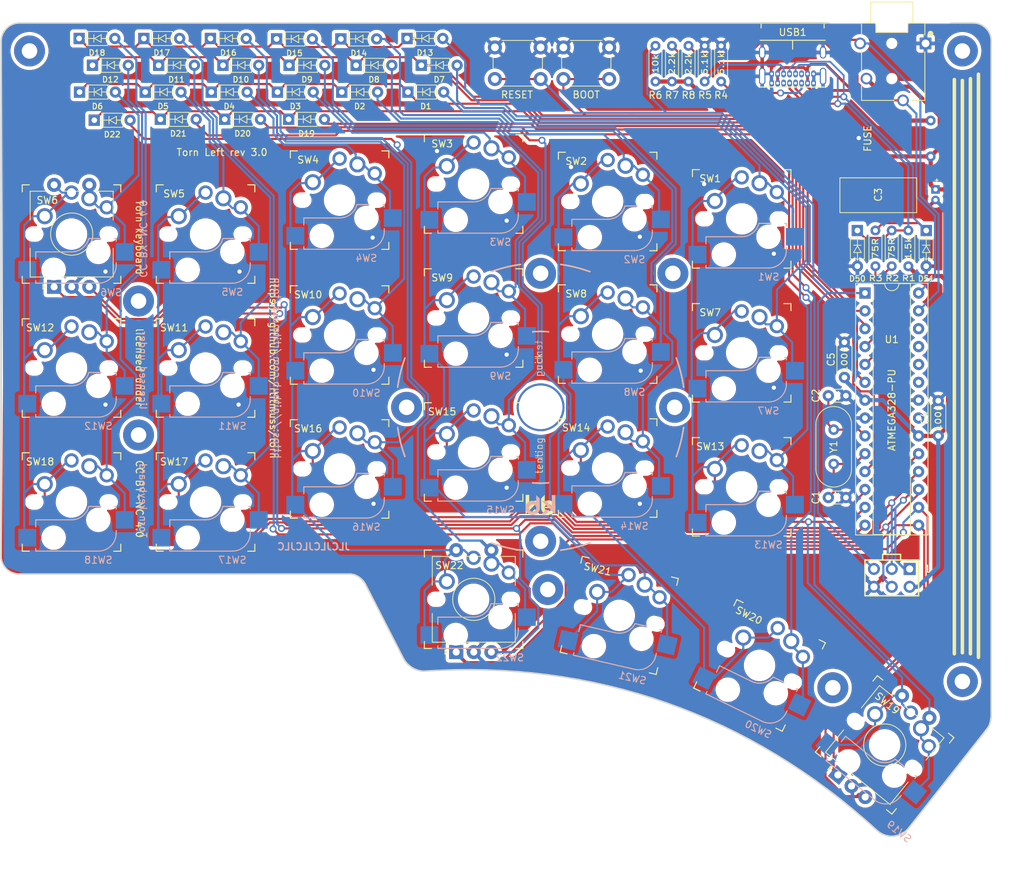
<source format=kicad_pcb>
(kicad_pcb (version 20221018) (generator pcbnew)
  (title_block (title "Torn Keyboard - Left") (rev "2.1"))
  (layers (0 "F.Cu" signal) (31 "B.Cu" signal) (34 "B.Paste" user) (35 "F.Paste" user) (36 "B.SilkS" user "B.Silkscreen") (37 "F.SilkS" user "F.Silkscreen") (38 "B.Mask" user) (39 "F.Mask" user) (44 "Edge.Cuts" user))
  (net 0 "")
  (net 1 "GND")
  (net 2 "+5V")
  (net 3 "/ROW0")
  (net 4 "/ROW1")
  (net 5 "/ROW2")
  (net 6 "/ROW3")
  (net 7 "/i2c_SCL")
  (net 8 "/i2c_SDA")
  (net 9 "/COL0")
  (net 10 "/COL1")
  (net 11 "/COL2")
  (net 12 "/COL3")
  (net 13 "/COL4")
  (net 14 "/COL5")
  (net 15 "Net-(C1-Pad1)")
  (net 16 "Net-(C2-Pad1)")
  (net 17 "Net-(D1-Pad2)")
  (net 18 "Net-(D2-Pad2)")
  (net 19 "Net-(D3-Pad2)")
  (net 20 "Net-(D4-Pad2)")
  (net 21 "Net-(D5-Pad2)")
  (net 22 "Net-(D6-Pad2)")
  (net 23 "Net-(D11-Pad2)")
  (net 24 "Net-(D12-Pad2)")
  (net 25 "Net-(D13-Pad2)")
  (net 26 "Net-(D14-Pad2)")
  (net 27 "Net-(D15-Pad2)")
  (net 28 "Net-(D16-Pad2)")
  (net 29 "Net-(D21-Pad2)")
  (net 30 "Net-(D22-Pad2)")
  (net 31 "Net-(F1-Pad1)")
  (net 32 "/RESET")
  (net 33 "/USB_D-")
  (net 34 "/USB_D+")
  (net 35 "Net-(R4-Pad2)")
  (net 36 "Net-(R5-Pad2)")
  (net 37 "Net-(D7-Pad2)")
  (net 38 "Net-(D8-Pad2)")
  (net 39 "Net-(D9-Pad2)")
  (net 40 "Net-(D10-Pad2)")
  (net 41 "Net-(D17-Pad2)")
  (net 42 "Net-(D18-Pad2)")
  (net 43 "Net-(D19-Pad2)")
  (net 44 "Net-(D20-Pad2)")
  (net 45 "/ENC0_B")
  (net 46 "/ENC0_A")
  (net 47 "Net-(D50-Pad1)")
  (net 48 "Net-(D51-Pad1)")
  (footprint "footprints:Kailh_socket_MX_PG1350_optional" (layer "F.Cu") (at 79.248 118.364)
    (fp_text reference "SW17")
    (fp_text value "SW_Push")
  )
  (footprint "footprints:Kailh_socket_MX_PG1350_optional" (layer "F.Cu") (at 117.348 111.252)
    (fp_text reference "SW15")
    (fp_text value "SW_Push")
  )
  (footprint "footprints:Kailh_socket_MX_PG1350_EC11_optional" (layer "F.Cu") (at 117.348 132.2035)
    (fp_text reference "SW22")
    (fp_text value "Rotary_Encoder_Switch" hide)
  )
  (footprint "footprints:Kailh_socket_MX_PG1350_optional" (layer "F.Cu") (at 157.988 141.605 -26)
    (fp_text reference "SW20")
    (fp_text value "SW_Push")
  )
  (footprint "footprints:Kailh_socket_MX_PG1350_optional" (layer "F.Cu") (at 60.198 118.364)
    (fp_text reference "SW18")
    (fp_text value "SW_Push")
  )
  (footprint "footprints:Kailh_socket_MX_PG1350_optional" (layer "F.Cu") (at 138.049 134.493 -13)
    (fp_text reference "SW21")
    (fp_text value "SW_Push")
  )
  (footprint "footprints:Kailh_socket_MX_PG1350_optional" (layer "F.Cu") (at 98.298 113.665)
    (fp_text reference "SW16")
    (fp_text value "SW_Push")
  )
  (footprint "footprints:Kailh_socket_MX_PG1350_EC11_optional" (layer "F.Cu") (at 175.768 152.908 -39)
    (fp_text reference "SW19")
    (fp_text value "Rotary_Encoder_Switch" hide)
  )
  (footprint "footprints:Kailh_socket_MX_PG1350_optional" (layer "F.Cu") (at 136.398 113.538)
    (fp_text reference "SW14")
    (fp_text value "SW_Push")
  )
  (footprint "footprints:D_DO-35_SOD27_P5.08mm_Horizontal" (layer "F.Cu") (at 97.3455 60.071)
    (fp_text reference "D2")
    (fp_text value "1N4148")
  )
  (footprint "footprints:D_DO-35_SOD27_P5.08mm_Horizontal" (layer "F.Cu") (at 78.8035 60.071)
    (fp_text reference "D4")
    (fp_text value "1N4148")
  )
  (footprint "footprints:C_Disc_D3.0mm_W1.6mm_P2.50mm" (layer "F.Cu") (at 167.767 117.729)
    (fp_text reference "C1")
    (fp_text value "22p")
  )
  (footprint "footprints:D_DO-35_SOD27_P5.08mm_Horizontal" (layer "F.Cu") (at 88.2015 60.071)
    (fp_text reference "D3")
    (fp_text value "1N4148")
  )
  (footprint "footprints:C_Disc_D3.0mm_W1.6mm_P2.50mm" (layer "F.Cu") (at 167.767 103.251)
    (fp_text reference "C2")
    (fp_text value "22p")
  )
  (footprint "footprints:D_DO-35_SOD27_P5.08mm_Horizontal" (layer "F.Cu") (at 80.4545 56.261)
    (fp_text reference "D10")
    (fp_text value "1N4148")
  )
  (footprint "footprints:D_DO-35_SOD27_P5.08mm_Horizontal" (layer "F.Cu") (at 69.4055 60.071)
    (fp_text reference "D5")
    (fp_text value "1N4148")
  )
  (footprint "footprints:D_DO-35_SOD27_P5.08mm_Horizontal" (layer "F.Cu") (at 106.7435 60.071)
    (fp_text reference "D1")
    (fp_text value "1N4148")
  )
  (footprint "footprints:D_DO-35_SOD27_P5.08mm_Horizontal" (layer "F.Cu") (at 60.071 60.071)
    (fp_text reference "D6")
    (fp_text value "1N4148")
  )
  (footprint "footprints:D_DO-35_SOD27_P5.08mm_Horizontal" (layer "F.Cu") (at 108.6485 56.261)
    (fp_text reference "D7")
    (fp_text value "1N4148")
  )
  (footprint "footprints:D_DO-35_SOD27_P5.08mm_Horizontal" (layer "F.Cu") (at 99.3775 56.261)
    (fp_text reference "D8")
    (fp_text value "1N4148")
  )
  (footprint "footprints:D_DO-35_SOD27_P5.08mm_Horizontal" (layer "F.Cu") (at 89.8525 56.261)
    (fp_text reference "D9")
    (fp_text value "1N4148")
  )
  (footprint "footprints:D_DO-35_SOD27_P5.08mm_Horizontal" (layer "F.Cu") (at 71.3105 56.261)
    (fp_text reference "D11")
    (fp_text value "1N4148")
  )
  (footprint "footprints:D_DO-35_SOD27_P5.08mm_Horizontal" (layer "F.Cu") (at 61.9125 56.261)
    (fp_text reference "D12")
    (fp_text value "1N4148")
  )
  (footprint "footprints:D_DO-35_SOD27_P5.08mm_Horizontal" (layer "F.Cu") (at 106.6165 52.451)
    (fp_text reference "D13")
    (fp_text value "1N4148")
  )
  (footprint "footprints:D_DO-35_SOD27_P5.08mm_Horizontal" (layer "F.Cu") (at 97.2185 52.5145)
    (fp_text reference "D14")
    (fp_text value "1N4148")
  )
  (footprint "footprints:D_DO-35_SOD27_P5.08mm_Horizontal" (layer "F.Cu") (at 88.0745 52.5145)
    (fp_text reference "D15")
    (fp_text value "1N4148")
  )
  (footprint "footprints:D_DO-35_SOD27_P5.08mm_Horizontal" (layer "F.Cu") (at 78.6765 52.451)
    (fp_text reference "D16")
    (fp_text value "1N4148")
  )
  (footprint "footprints:D_DO-35_SOD27_P5.08mm_Horizontal" (layer "F.Cu") (at 69.215 52.451)
    (fp_text reference "D17")
    (fp_text value "1N4148")
  )
  (footprint "footprints:D_DO-35_SOD27_P5.08mm_Horizontal" (layer "F.Cu") (at 60.0075 52.451)
    (fp_text reference "D18")
    (fp_text value "1N4148")
  )
  (footprint "footprints:D_DO-35_SOD27_P5.08mm_Horizontal" (layer "F.Cu") (at 89.789 63.9445)
    (fp_text reference "D19")
    (fp_text value "1N4148")
  )
  (footprint "footprints:D_DO-35_SOD27_P5.08mm_Horizontal" (layer "F.Cu") (at 62.1665 64.0715)
    (fp_text reference "D22")
    (fp_text value "1N4148")
  )
  (footprint "footprints:D_DO-35_SOD27_P5.08mm_Horizontal" (layer "F.Cu") (at 80.7085 63.9445)
    (fp_text reference "D20")
    (fp_text value "1N4148")
  )
  (footprint "footprints:D_DO-35_SOD27_P5.08mm_Horizontal" (layer "F.Cu") (at 71.5645 63.9445)
    (fp_text reference "D21")
    (fp_text value "1N4148")
  )
  (footprint "footprints:D_DO-35_SOD27_P5.08mm_Horizontal" (layer "F.Cu") (at 171.8945 78.486 -90)
    (fp_text reference "D50")
    (fp_text value "3.6V")
  )
  (footprint "footprints:D_DO-35_SOD27_P5.08mm_Horizontal" (layer "F.Cu") (at 181.6735 78.486 -90)
    (fp_text reference "D51")
    (fp_text value "3.6V")
  )
  (footprint "footprints:SW_PUSH_6mm" (layer "F.Cu") (at 126.873 58.221 180)
    (fp_text reference "PB1")
    (fp_text value "RESET")
  )
  (footprint "footprints:SW_PUSH_6mm" (layer "F.Cu") (at 130.1115 53.721)
    (fp_text reference "PB2")
    (fp_text value "BOOT")
  )
  (footprint "footprints:USB_C_GCT_USB4085" (layer "F.Cu") (at 162.687 52.705 180)
    (fp_text reference "USB1")
    (fp_text value "USB_C_GCT_USB4085-Type-C")
  )
  (footprint "footprints:CUI_SJ-43514" (layer "F.Cu") (at 176.784 55.753 -90)
    (fp_text reference "J1")
    (fp_text value "SJ-43514")
    (fp_line (start -5.5 -8.35) (end -5.5 -2.25) (stroke (width 0.0001)) (layer "Edge.Cuts"))
    (fp_line (start -5.5 -2.25) (end -4.2 -2.25) (stroke (width 0.0001)) (layer "Edge.Cuts"))
    (fp_line (start -5.5 2.25) (end -5.5 8.85) (stroke (width 0.0001)) (layer "Edge.Cuts"))
    (fp_line (start -4.2 -2.25) (end -4.2 2.25) (stroke (width 0.0001)) (layer "Edge.Cuts"))
    (fp_line (start -4.2 2.25) (end -5.5 2.25) (stroke (width 0.0001)) (layer "Edge.Cuts"))
  )
  (footprint "footprints:DIP-28_W7.62mm_Socket" (layer "F.Cu") (at 172.974 88.646)
    (fp_text reference "U1")
    (fp_text value "ATMEGA328-PU")
  )
  (footprint "footprints:AVR_ICSP_3x2" (layer "F.Cu") (at 176.784 129.159 180)
    (fp_text reference "ISP1" hide)
    (fp_text value "AVR_ISP_6" hide)
  )
  (footprint "footprints:R_Axial_DIN0204_L3.6mm_D1.6mm_P5.08mm_Horizontal" (layer "F.Cu") (at 179.1335 79.756 -90)
    (fp_text reference "R1")
    (fp_text value "1.5k")
  )
  (footprint "footprints:R_Axial_DIN0204_L3.6mm_D1.6mm_P5.08mm_Horizontal" (layer "F.Cu") (at 176.774 84.836 90)
    (fp_text reference "R2")
    (fp_text value "75R")
  )
  (footprint "footprints:R_Axial_DIN0204_L3.6mm_D1.6mm_P5.08mm_Horizontal" (layer "F.Cu") (at 174.455125 84.836 90)
    (fp_text reference "R3")
    (fp_text value "75R")
  )
  (footprint "footprints:R_Axial_DIN0204_L3.6mm_D1.6mm_P5.08mm_Horizontal" (layer "F.Cu") (at 152.527 53.4945 -90)
    (fp_text reference "R4")
    (fp_text value "5.1k")
  )
  (footprint "footprints:R_Axial_DIN0204_L3.6mm_D1.6mm_P5.08mm_Horizontal" (layer "F.Cu") (at 150.193375 53.4945 -90)
    (fp_text reference "R5")
    (fp_text value "5.1k")
  )
  (footprint "footprints:R_Axial_DIN0204_L3.6mm_D1.6mm_P5.08mm_Horizontal" (layer "F.Cu") (at 143.1925 58.5745 90)
    (fp_text reference "R6")
    (fp_text value "10k")
  )
  (footprint "footprints:R_Axial_DIN0204_L3.6mm_D1.6mm_P5.08mm_Horizontal" (layer "F.Cu") (at 145.542 58.5745 90)
    (fp_text reference "R7")
    (fp_text value "2.2k")
  )
  (footprint "footprints:R_Axial_DIN0204_L3.6mm_D1.6mm_P5.08mm_Horizontal" (layer "F.Cu") (at 147.8915 58.5745 90)
    (fp_text reference "R8")
    (fp_text value "2.2k")
  )
  (footprint "footprints:Crystal_HC49-4H_Vertical" (layer "F.Cu") (at 168.529 108.077 -90)
    (fp_text reference "Y1")
    (fp_text value "16MHz")
  )
  (footprint "footprints:C_Disc_D4.3mm_W1.9mm_P5.00mm" (layer "F.Cu") (at 183.388 108.966 90)
    (fp_text reference "C4")
    (fp_text value "100n")
  )
  (footprint "footprints:C_Disc_D4.3mm_W1.9mm_P5.00mm" (layer "F.Cu") (at 170.053 100.6475 90)
    (fp_text reference "C5")
    (fp_text value "100n")
  )
  (footprint "footprints:polyfuse_5.1mm" (layer "F.Cu") (at 182.3105 66.675 -90)
    (fp_text reference "F1")
    (fp_text value "100mA")
  )
  (footprint "footprints:CP_Radial_D4.0mm_P1.50mm" (layer "F.Cu") (at 182.997 73.914 -90)
    (fp_text reference "C3")
    (fp_text value "4.7u")
  )
  (footprint "footprints:Kailh_socket_MX_PG1350_optional" (layer "F.Cu") (at 155.448 78.105)
    (fp_text reference "SW1")
    (fp_text value "SW_Push")
  )
  (footprint "footprints:Kailh_socket_MX_PG1350_optional" (layer "F.Cu") (at 155.448 97.155)
    (fp_text reference "SW7")
    (fp_text value "SW_Push")
  )
  (footprint "footprints:Kailh_socket_MX_PG1350_optional" (layer "F.Cu") (at 155.448 116.205)
    (fp_text reference "SW13")
    (fp_text value "SW_Push")
  )
  (footprint "footprints:Kailh_socket_MX_PG1350_optional" (layer "F.Cu") (at 136.398 75.6285)
    (fp_text reference "SW2")
    (fp_text value "SW_Push")
  )
  (footprint "footprints:Kailh_socket_MX_PG1350_optional" (layer "F.Cu") (at 117.348 73.152)
    (fp_text reference "SW3")
    (fp_text value "SW_Push")
  )
  (footprint "footprints:Kailh_socket_MX_PG1350_optional" (layer "F.Cu") (at 98.298 75.438)
    (fp_text reference "SW4")
    (fp_text value "SW_Push")
  )
  (footprint "footprints:Kailh_socket_MX_PG1350_optional" (layer "F.Cu") (at 79.248 80.264)
    (fp_text reference "SW5")
    (fp_text value "SW_Push")
  )
  (footprint "footprints:Kailh_socket_MX_PG1350_optional" (layer "F.Cu") (at 136.398 94.488)
    (fp_text reference "SW8")
    (fp_text value "SW_Push")
  )
  (footprint "footprints:Kailh_socket_MX_PG1350_optional" (layer "F.Cu") (at 117.348 92.202)
    (fp_text reference "SW9")
    (fp_text value "SW_Push")
  )
  (footprint "footprints:Kailh_socket_MX_PG1350_optional" (layer "F.Cu") (at 98.298 94.615)
    (fp_text reference "SW10")
    (fp_text value "SW_Push")
  )
  (footprint "footprints:Kailh_socket_MX_PG1350_optional" (layer "F.Cu") (at 79.248 99.314)
    (fp_text reference "SW11")
    (fp_text value "SW_Push")
  )
  (footprint "footprints:Kailh_socket_MX_PG1350_optional" (layer "F.Cu") (at 60.198 99.314)
    (fp_text reference "SW12")
    (fp_text value "SW_Push")
  )
  (footprint "footprints:Tenting_Puck" (layer "F.Cu") (at 126.873 104.902)
    (fp_text reference "PUCK1")
    (fp_text value "SYM_Arrow45_Small")
  )
  (footprint "footprints:Kailh_socket_MX_PG1350_EC11_optional" (layer "F.Cu") (at 60.198 80.264)
    (fp_text reference "SW6")
    (fp_text value "Rotary_Encoder_Switch" hide)
  )
  (footprint "footprints:MountingHole_2.2mm_M2_Pad" (layer "B.Cu") (at 69.723 108.839 180)
    (fp_text reference "H3")
    (fp_text value "M2")
  )
  (footprint "footprints:MountingHole_2.2mm_M2_Pad" (layer "B.Cu") (at 168.402 144.78 180)
    (fp_text reference "H4")
    (fp_text value "M2")
  )
  (footprint "footprints:MountingHole_2.2mm_M2_Pad" (layer "B.Cu") (at 54.229 54.229 180)
    (fp_text reference "H5")
    (fp_text value "M2")
  )
  (footprint "footprints:MountingHole_2.2mm_M2_Pad" (layer "B.Cu") (at 127.889 130.81 180)
    (fp_text reference "H6")
    (fp_text value "M2")
  )
  (footprint "footprints:MountingHole_2.2mm_M2_Pad" (layer "B.Cu") (at 145.669 85.852 180)
    (fp_text reference "H7")
    (fp_text value "M2")
  )
  (footprint "footprints:MountingHole_2.2mm_M2_Pad" (layer "B.Cu") (at 186.817 143.891 180)
    (fp_text reference "H8")
    (fp_text value "M2")
  )
  (footprint "footprints:MountingHole_2.2mm_M2_Pad" (layer "B.Cu") (at 186.817 54.4195 180)
    (fp_text reference "H9")
    (fp_text value "M2")
  )
  (footprint "footprints:MountingHole_2.2mm_M2_Pad" (layer "B.Cu") (at 69.723 89.789 180)
    (fp_text reference "H10")
    (fp_text value "M2")
  )
  (gr_line (start 185.674 58.293) (end 185.674 139.954) (stroke (width 0.5)) (layer "F.SilkS"))
  (gr_line (start 189.103 57.531) (end 189.103 140.462) (stroke (width 0.5)) (layer "F.SilkS"))
  (gr_line (start 186.817 58.42) (end 186.817 139.80918) (stroke (width 0.5)) (layer "F.SilkS"))
  (gr_line (start 187.96 58.166) (end 187.96 139.954) (stroke (width 0.5)) (layer "F.SilkS"))
  (gr_line (start 117.002585 142.212035) (end 114.759765 142.229815) (stroke (width 0.2)) (layer "Edge.Cuts"))
  (gr_line (start 114.759765 142.229815) (end 112.504245 142.300934) (stroke (width 0.2)) (layer "Edge.Cuts"))
  (gr_line (start 112.504245 142.300934) (end 110.236025 142.427935) (stroke (width 0.2)) (layer "Edge.Cuts"))
  (gr_line (start 190.149505 150.830255) (end 190.284125 150.649915) (stroke (width 0.2)) (layer "Edge.Cuts"))
  (gr_line (start 190.284125 150.649915) (end 190.4238 150.4696) (stroke (width 0.2)) (layer "Edge.Cuts"))
  (gr_line (start 190.4238 150.4696) (end 190.53053 150.30699) (stroke (width 0.2)) (layer "Edge.Cuts"))
  (gr_line (start 190.53053 150.30699) (end 190.62197 150.10633) (stroke (width 0.2)) (layer "Edge.Cuts"))
  (gr_line (start 190.62197 150.10633) (end 190.70071 149.90059) (stroke (width 0.2)) (layer "Edge.Cuts"))
  (gr_line (start 190.70071 149.90059) (end 190.76421 149.68977) (stroke (width 0.2)) (layer "Edge.Cuts"))
  (gr_line (start 190.76421 149.68977) (end 190.81501 149.47641) (stroke (width 0.2)) (layer "Edge.Cuts"))
  (gr_line (start 190.81501 149.47641) (end 190.84803 149.25797) (stroke (width 0.2)) (layer "Edge.Cuts"))
  (gr_line (start 107.858585 141.292555) (end 108.013525 141.455114) (stroke (width 0.2)) (layer "Edge.Cuts"))
  (gr_line (start 108.013525 141.455114) (end 108.181165 141.604975) (stroke (width 0.2)) (layer "Edge.Cuts"))
  (gr_line (start 108.181165 141.604975) (end 108.353885 141.744675) (stroke (width 0.2)) (layer "Edge.Cuts"))
  (gr_line (start 108.353885 141.744675) (end 108.536765 141.874215) (stroke (width 0.2)) (layer "Edge.Cuts"))
  (gr_line (start 100.545925 128.767815) (end 100.794845 128.884655) (stroke (width 0.2)) (layer "Edge.Cuts"))
  (gr_line (start 100.794845 128.884655) (end 101.033605 129.026895) (stroke (width 0.2)) (layer "Edge.Cuts"))
  (gr_line (start 101.033605 129.026895) (end 101.252045 129.191995) (stroke (width 0.2)) (layer "Edge.Cuts"))
  (gr_line (start 101.252045 129.191995) (end 101.455245 129.372335) (stroke (width 0.2)) (layer "Edge.Cuts"))
  (gr_line (start 101.455245 129.372335) (end 101.638125 129.567915) (stroke (width 0.2)) (layer "Edge.Cuts"))
  (gr_line (start 101.638125 129.567915) (end 101.798145 129.773655) (stroke (width 0.2)) (layer "Edge.Cuts"))
  (gr_line (start 101.798145 129.773655) (end 101.935305 129.984475) (stroke (width 0.2)) (layer "Edge.Cuts"))
  (gr_line (start 101.935305 129.984475) (end 102.011505 130.129255) (stroke (width 0.2)) (layer "Edge.Cuts"))
  (gr_line (start 52.799005 128.607795) (end 99.725505 128.607795) (stroke (width 0.2)) (layer "Edge.Cuts"))
  (gr_curve (pts (xy 50.198045 52.918476) (xy 50.163144 51.505044) (xy 51.262364 50.321945) (xy 52.674545 50.253)) (stroke (width 0.2)) (layer "Edge.Cuts"))
  (gr_line (start 107.345505 140.543255) (end 102.011505 130.129255) (stroke (width 0.2)) (layer "Edge.Cuts"))
  (gr_line (start 175.534345 165.630835) (end 175.750245 165.717195) (stroke (width 0.2)) (layer "Edge.Cuts"))
  (gr_line (start 175.750245 165.717195) (end 175.971225 165.788315) (stroke (width 0.2)) (layer "Edge.Cuts"))
  (gr_line (start 175.971225 165.788315) (end 176.199825 165.841655) (stroke (width 0.2)) (layer "Edge.Cuts"))
  (gr_line (start 176.199825 165.841655) (end 176.430965 165.877215) (stroke (width 0.2)) (layer "Edge.Cuts"))
  (gr_line (start 174.744405 165.122835) (end 173.032445 163.593755) (stroke (width 0.2)) (layer "Edge.Cuts"))
  (gr_line (start 173.032445 163.593755) (end 171.297625 162.115475) (stroke (width 0.2)) (layer "Edge.Cuts"))
  (gr_line (start 171.297625 162.115475) (end 169.539945 160.690535) (stroke (width 0.2)) (layer "Edge.Cuts"))
  (gr_line (start 169.539945 160.690535) (end 167.759405 159.316395) (stroke (width 0.2)) (layer "Edge.Cuts"))
  (gr_line (start 167.759405 159.316395) (end 165.956005 157.995595) (stroke (width 0.2)) (layer "Edge.Cuts"))
  (gr_line (start 165.956005 157.995595) (end 164.134825 156.728135) (stroke (width 0.2)) (layer "Edge.Cuts"))
  (gr_line (start 164.134825 156.728135) (end 162.288245 155.511475) (stroke (width 0.2)) (layer "Edge.Cuts"))
  (gr_line (start 162.288245 155.511475) (end 160.423885 154.348155) (stroke (width 0.2)) (layer "Edge.Cuts"))
  (gr_line (start 160.423885 154.348155) (end 158.536665 153.235635) (stroke (width 0.2)) (layer "Edge.Cuts"))
  (gr_line (start 158.536665 153.235635) (end 156.631665 152.176455) (stroke (width 0.2)) (layer "Edge.Cuts"))
  (gr_line (start 156.631665 152.176455) (end 154.703805 151.170615) (stroke (width 0.2)) (layer "Edge.Cuts"))
  (gr_line (start 154.703805 151.170615) (end 152.758165 150.218115) (stroke (width 0.2)) (layer "Edge.Cuts"))
  (gr_line (start 152.758165 150.218115) (end 150.792205 149.318955) (stroke (width 0.2)) (layer "Edge.Cuts"))
  (gr_line (start 150.792205 149.318955) (end 148.808465 148.473135) (stroke (width 0.2)) (layer "Edge.Cuts"))
  (gr_line (start 148.808465 148.473135) (end 146.806945 147.678115) (stroke (width 0.2)) (layer "Edge.Cuts"))
  (gr_line (start 146.806945 147.678115) (end 144.785105 146.938975) (stroke (width 0.2)) (layer "Edge.Cuts"))
  (gr_line (start 144.785105 146.938975) (end 142.748025 146.250635) (stroke (width 0.2)) (layer "Edge.Cuts"))
  (gr_line (start 142.748025 146.250635) (end 140.690625 145.618175) (stroke (width 0.2)) (layer "Edge.Cuts"))
  (gr_line (start 176.430965 165.877215) (end 176.664645 165.894995) (stroke (width 0.2)) (layer "Edge.Cuts"))
  (gr_line (start 176.664645 165.894995) (end 176.900865 165.892455) (stroke (width 0.2)) (layer "Edge.Cuts"))
  (gr_line (start 176.900865 165.892455) (end 177.058345 165.882295) (stroke (width 0.2)) (layer "Edge.Cuts"))
  (gr_line (start 107.345505 140.543255) (end 107.457265 140.743915) (stroke (width 0.2)) (layer "Edge.Cuts"))
  (gr_line (start 107.457265 140.743915) (end 107.579185 140.936955) (stroke (width 0.2)) (layer "Edge.Cuts"))
  (gr_line (start 107.579185 140.936955) (end 107.713805 141.119835) (stroke (width 0.2)) (layer "Edge.Cuts"))
  (gr_line (start 107.713805 141.119835) (end 107.858585 141.292555) (stroke (width 0.2)) (layer "Edge.Cuts"))
  (gr_line (start 190.84803 149.25797) (end 190.881 149.03699) (stroke (width 0.2)) (layer "Edge.Cuts"))
  (gr_line (start 190.881 149.03699) (end 190.9064 148.81601) (stroke (width 0.2)) (layer "Edge.Cuts"))
  (gr_line (start 190.9064 148.81601) (end 190.901345 148.628075) (stroke (width 0.2)) (layer "Edge.Cuts"))
  (gr_line (start 190.901345 53.040255) (end 190.901345 148.628075) (stroke (width 0.2)) (layer "Edge.Cuts"))
  (gr_line (start 140.690625 145.618175) (end 138.617985 145.039055) (stroke (width 0.2)) (layer "Edge.Cuts"))
  (gr_line (start 138.617985 145.039055) (end 136.527565 144.513275) (stroke (width 0.2)) (layer "Edge.Cuts"))
  (gr_line (start 136.527565 144.513275) (end 134.419365 144.040835) (stroke (width 0.2)) (layer "Edge.Cuts"))
  (gr_line (start 134.419365 144.040835) (end 132.295925 143.621735) (stroke (width 0.2)) (layer "Edge.Cuts"))
  (gr_line (start 132.295925 143.621735) (end 130.157245 143.258515) (stroke (width 0.2)) (layer "Edge.Cuts"))
  (gr_line (start 130.157245 143.258515) (end 128.000785 142.948635) (stroke (width 0.2)) (layer "Edge.Cuts"))
  (gr_line (start 128.000785 142.948635) (end 125.831625 142.692095) (stroke (width 0.2)) (layer "Edge.Cuts"))
  (gr_line (start 125.831625 142.692095) (end 123.644685 142.491435) (stroke (width 0.2)) (layer "Edge.Cuts"))
  (gr_line (start 123.644685 142.491435) (end 121.445045 142.344115) (stroke (width 0.2)) (layer "Edge.Cuts"))
  (gr_line (start 121.445045 142.344115) (end 119.230165 142.250135) (stroke (width 0.2)) (layer "Edge.Cuts"))
  (gr_line (start 119.230165 142.250135) (end 117.002585 142.212035) (stroke (width 0.2)) (layer "Edge.Cuts"))
  (gr_line (start 185.134 50.253) (end 188.371505 50.253) (stroke (width 0.2)) (layer "Edge.Cuts"))
  (gr_line (start 99.725505 128.605255) (end 100.009985 128.623035) (stroke (width 0.2)) (layer "Edge.Cuts"))
  (gr_line (start 100.009985 128.623035) (end 100.281765 128.678915) (stroke (width 0.2)) (layer "Edge.Cuts"))
  (gr_line (start 100.281765 128.678915) (end 100.545925 128.767815) (stroke (width 0.2)) (layer "Edge.Cuts"))
  (gr_line (start 109.781365 142.374595) (end 110.007425 142.407615) (stroke (width 0.2)) (layer "Edge.Cuts"))
  (gr_line (start 110.007425 142.407615) (end 110.236025 142.427935) (stroke (width 0.2)) (layer "Edge.Cuts"))
  (gr_curve (pts (xy 52.797481 128.608557) (xy 51.417875 128.643414) (xy 50.262693 127.570665) (xy 50.195505 126.192255)) (stroke (width 0.2)) (layer "Edge.Cuts"))
  (gr_line (start 108.536765 141.874215) (end 108.729805 141.991055) (stroke (width 0.2)) (layer "Edge.Cuts"))
  (gr_line (start 108.729805 141.991055) (end 108.927925 142.092654) (stroke (width 0.2)) (layer "Edge.Cuts"))
  (gr_line (start 108.927925 142.092654) (end 109.131125 142.184095) (stroke (width 0.2)) (layer "Edge.Cuts"))
  (gr_line (start 109.131125 142.184095) (end 109.341945 142.260295) (stroke (width 0.2)) (layer "Edge.Cuts"))
  (gr_line (start 109.341945 142.260295) (end 109.560385 142.323795) (stroke (width 0.2)) (layer "Edge.Cuts"))
  (gr_line (start 109.560385 142.323795) (end 109.781365 142.374595) (stroke (width 0.2)) (layer "Edge.Cuts"))
  (gr_line (start 179.191945 164.713895) (end 190.149505 150.830255) (stroke (width 0.2)) (layer "Edge.Cuts"))
  (gr_line (start 177.058345 165.882295) (end 177.294565 165.851815) (stroke (width 0.2)) (layer "Edge.Cuts"))
  (gr_line (start 177.294565 165.851815) (end 177.523165 165.803555) (stroke (width 0.2)) (layer "Edge.Cuts"))
  (gr_line (start 177.523165 165.803555) (end 177.749225 165.737515) (stroke (width 0.2)) (layer "Edge.Cuts"))
  (gr_line (start 177.749225 165.737515) (end 177.967665 165.656235) (stroke (width 0.2)) (layer "Edge.Cuts"))
  (gr_line (start 177.967665 165.656235) (end 178.178485 165.557175) (stroke (width 0.2)) (layer "Edge.Cuts"))
  (gr_line (start 178.178485 165.557175) (end 178.381685 165.440335) (stroke (width 0.2)) (layer "Edge.Cuts"))
  (gr_line (start 178.381685 165.440335) (end 178.574725 165.310795) (stroke (width 0.2)) (layer "Edge.Cuts"))
  (gr_line (start 178.574725 165.310795) (end 178.760145 165.166015) (stroke (width 0.2)) (layer "Edge.Cuts"))
  (gr_line (start 178.760145 165.166015) (end 178.932865 165.008535) (stroke (width 0.2)) (layer "Edge.Cuts"))
  (gr_line (start 178.932865 165.008535) (end 179.092885 164.835815) (stroke (width 0.2)) (layer "Edge.Cuts"))
  (gr_line (start 179.092885 164.835815) (end 179.191945 164.713895) (stroke (width 0.2)) (layer "Edge.Cuts"))
  (gr_line (start 174.744405 165.122835) (end 174.929825 165.272695) (stroke (width 0.2)) (layer "Edge.Cuts"))
  (gr_line (start 174.929825 165.272695) (end 175.122865 165.409855) (stroke (width 0.2)) (layer "Edge.Cuts"))
  (gr_line (start 175.122865 165.409855) (end 175.323525 165.529235) (stroke (width 0.2)) (layer "Edge.Cuts"))
  (gr_line (start 175.323525 165.529235) (end 175.534345 165.630835) (stroke (width 0.2)) (layer "Edge.Cuts"))
  (gr_line (start 50.198045 52.918476) (end 50.198045 126.192255) (stroke (width 0.2)) (layer "Edge.Cuts"))
  (gr_line (start 167.934 50.253) (end 52.674545 50.253) (stroke (width 0.2)) (layer "Edge.Cuts"))
  (gr_curve (pts (xy 188.371505 50.253) (xy 189.08911 50.247552) (xy 189.77322 50.551125) (xy 190.254728 51.083203)) (stroke (width 0.2)) (layer "Edge.Cuts"))
  (gr_curve (pts (xy 190.254728 51.083203) (xy 190.736236 51.615282) (xy 190.970207 52.326211) (xy 190.898805 53.040255)) (stroke (width 0.2)) (layer "Edge.Cuts"))
  (gr_text "JLCJLCJLCJLC" (at 94.615 124.714) (layer "B.SilkS") (effects (font (size 1 1) (thickness 0.2)) (justify mirror)))
  (gr_text "https://github.com/rtitmuss/torn" (at 89.408 99.314 270) (layer "B.SilkS") (effects (font (size 1 1)) (justify mirror)))
  (gr_text "Torn keyboard          licensed under          CC BY-NC 4.0" (at 70.358 99.441 270) (layer "B.SilkS") (effects (font (size 1 1)) (justify mirror)))
  (gr_text "Torn keyboard          licensed under          CC BY-NC 4.0" (at 69.85 99.441 270) (layer "F.SilkS") (effects (font (size 1 1))))
  (gr_text "https://github.com/rtitmuss/torn" (at 88.9 99.314 270) (layer "F.SilkS") (effects (font (size 1 1))))
  (gr_text "Torn Left rev 3.0" (at 88.138 68.6435) (layer "F.SilkS") (effects (font (size 1 1)) (justify right)))
  (segment (start 116.787 139.5165) (end 116.787 139.6435) (width 0.3) (layer "F.Cu") (net 1))
  (segment (start 170.597102 158.246595) (end 170.847272 158.496765) (width 0.3) (layer "F.Cu") (net 1))
  (via (at 172.085 66.6115) (size 1) (drill 0.6) (layers "F.Cu" "B.Cu") (net 1))
  (via (at 65.024 85.598) (size 1) (drill 0.6) (layers "F.Cu" "B.Cu") (net 1))
  (via (at 122.047 97.409) (size 1) (drill 0.6) (layers "F.Cu" "B.Cu") (net 1))
  (via (at 141.097 99.695) (size 1) (drill 0.6) (layers "F.Cu" "B.Cu") (net 1))
  (via (at 83.947 104.521) (size 1) (drill 0.6) (layers "F.Cu" "B.Cu") (net 1))
  (via (at 160.02 102.108) (size 1) (drill 0.6) (layers "F.Cu" "B.Cu") (net 1))
  (via (at 140.97 118.618) (size 1) (drill 0.6) (layers "F.Cu" "B.Cu") (net 1))
  (via (at 122.047 78.359) (size 1) (drill 0.6) (layers "F.Cu" "B.Cu") (net 1))
  (via (at 131.191 70.739) (size 1) (drill 0.6) (layers "F.Cu" "B.Cu") (net 1))
  (via (at 160.02 83.058) (size 1) (drill 0.6) (layers "F.Cu" "B.Cu") (net 1))
  (via (at 122.047 116.332) (size 1) (drill 0.6) (layers "F.Cu" "B.Cu") (net 1))
  (via (at 103.124 99.568) (size 1) (drill 0.6) (layers "F.Cu" "B.Cu") (net 1))
  (via (at 140.97 80.645) (size 1) (drill 0.6) (layers "F.Cu" "B.Cu") (net 1))
  (via (at 65.024 104.521) (size 1) (drill 0.6) (layers "F.Cu" "B.Cu") (net 1))
  (via (at 84.074 85.598) (size 1) (drill 0.6) (layers "F.Cu" "B.Cu") (net 1))
  (via (at 150.114 73.152) (size 1) (drill 0.6) (layers "F.Cu" "B.Cu") (net 1))
  (via (at 112.141 68.453) (size 1) (drill 0.6) (layers "F.Cu" "B.Cu") (net 1))
  (via (at 102.997 80.772) (size 1) (drill 0.6) (layers "F.Cu" "B.Cu") (net 1))
  (via (at 103.124 118.618) (size 1) (drill 0.6) (layers "F.Cu" "B.Cu") (net 1))
  (segment (start 165.662 58.805) (end 165.662 57.48) (width 0.4) (layer "B.Cu") (net 1))
  (segment (start 159.712 58.805) (end 159.712 57.485) (width 0.4) (layer "B.Cu") (net 1))
  (segment (start 159.712 57.485) (end 159.707 57.48) (width 0.4) (layer "B.Cu") (net 1))
  (segment (start 165.662 57.48) (end 166.667 57.48) (width 0.4) (layer "B.Cu") (net 1))
  (segment (start 159.707 57.48) (end 158.707 57.48) (width 0.4) (layer "B.Cu") (net 1))
  (segment (start 158.707 57.48) (end 158.362 57.825) (width 0.4) (layer "B.Cu") (net 1))
  (segment (start 166.667 57.48) (end 167.012 57.825) (width 0.4) (layer "B.Cu") (net 1))
  (segment (start 116.376473 139.232973) (end 116.787 139.6435) (width 0.3) (layer "B.Cu") (net 1))
  (segment (start 170.597102 158.246595) (end 170.847272 158.496765) (width 0.3) (layer "B.Cu") (net 1))
  (segment (start 179.412503 59.303001) (end 183.610501 63.500999) (width 0.6) (layer "F.Cu") (net 2))
  (segment (start 182.997 73.914) (end 184.197 73.914) (width 0.6) (layer "F.Cu") (net 2))
  (segment (start 147.8915 58.5745) (end 151.96396 62.64696) (width 0.6) (layer "F.Cu") (net 2))
  (segment (start 182.3105 69.225) (end 182.3105 73.2275) (width 0.6) (layer "F.Cu") (net 2))
  (segment (start 184.788001 74.505001) (end 184.788001 87.182499) (width 0.6) (layer "F.Cu") (net 2))
  (segment (start 184.197 73.914) (end 184.788001 74.505001) (width 0.6) (layer "F.Cu") (net 2))
  (segment (start 183.610501 63.500999) (end 183.610501 67.924999) (width 0.6) (layer "F.Cu") (net 2))
  (segment (start 183.388 108.966) (end 180.594 108.966) (width 0.6) (layer "F.Cu") (net 2))
  (segment (start 173.184 58.153) (end 174.334001 59.303001) (width 0.6) (layer "F.Cu") (net 2))
  (segment (start 151.96396 62.64696) (end 158.284995 62.646961) (width 0.6) (layer "F.Cu") (net 2))
  (segment (start 184.788001 107.565999) (end 183.388 108.966) (width 0.6) (layer "F.Cu") (net 2))
  (segment (start 158.284995 62.646961) (end 164.863034 69.225) (width 0.6) (layer "F.Cu") (net 2))
  (segment (start 184.788001 87.182499) (end 184.788001 107.565999) (width 0.6) (layer "F.Cu") (net 2))
  (segment (start 183.610501 67.924999) (end 182.3105 69.225) (width 0.6) (layer "F.Cu") (net 2))
  (segment (start 145.542 58.5745) (end 147.8915 58.5745) (width 0.6) (layer "F.Cu") (net 2))
  (segment (start 143.1925 58.5745) (end 145.542 58.5745) (width 0.6) (layer "F.Cu") (net 2))
  (segment (start 183.841503 86.236001) (end 184.788001 87.182499) (width 0.6) (layer "F.Cu") (net 2))
  (segment (start 180.533501 86.236001) (end 183.841503 86.236001) (width 0.6) (layer "F.Cu") (net 2))
  (segment (start 164.863034 69.225) (end 182.3105 69.225) (width 0.6) (layer "F.Cu") (net 2))
  (segment (start 174.334001 59.303001) (end 179.412503 59.303001) (width 0.6) (layer "F.Cu") (net 2))
  (segment (start 179.1335 84.836) (end 180.533501 86.236001) (width 0.6) (layer "F.Cu") (net 2))
  (segment (start 182.3105 73.2275) (end 182.997 73.914) (width 0.6) (layer "F.Cu") (net 2))
  (segment (start 180.526081 130.429) (end 183.388 127.567081) (width 0.6) (layer "B.Cu") (net 2))
  (segment (start 179.324 130.429) (end 180.526081 130.429) (width 0.6) (layer "B.Cu") (net 2))
  (segment (start 183.388 127.567081) (end 183.388 108.966) (width 0.6) (layer "B.Cu") (net 2))
  (segment (start 175.514 103.886) (end 180.594 108.966) (width 0.6) (layer "B.Cu") (net 2))
  (segment (start 170.053 100.965) (end 172.974 103.886) (width 0.6) (layer "B.Cu") (net 2))
  (segment (start 170.053 100.6475) (end 170.053 100.965) (width 0.6) (layer "B.Cu") (net 2))
  (segment (start 172.974 103.886) (end 175.514 103.886) (width 0.6) (layer "B.Cu") (net 2))
  (segment (start 71.825501 58.920999) (end 70.6755 60.071) (width 0.3) (layer "F.Cu") (net 3))
  (segment (start 80.0735 60.071) (end 78.923499 58.920999) (width 0.3) (layer "F.Cu") (net 3))
  (segment (start 109.163501 61.221001) (end 108.0135 60.071) (width 0.3) (layer "F.Cu") (net 3))
  (segment (start 97.465499 58.920999) (end 90.621501 58.920999) (width 0.3) (layer "F.Cu") (net 3))
  (segment (start 106.863499 58.920999) (end 99.765501 58.920999) (width 0.3) (layer "F.Cu") (net 3))
  (segment (start 98.6155 60.071) (end 97.465499 58.920999) (width 0.3) (layer "F.Cu") (net 3))
  (segment (start 81.223501 58.920999) (end 80.0735 60.071) (width 0.3) (layer "F.Cu") (net 3))
  (segment (start 78.923499 58.920999) (end 71.825501 58.920999) (width 0.3) (layer "F.Cu") (net 3))
  (segment (start 88.321499 58.920999) (end 81.223501 58.920999) (width 0.3) (layer "F.Cu") (net 3))
  (segment (start 69.525499 58.920999) (end 62.427501 58.920999) (width 0.3) (layer "F.Cu") (net 3))
  (segment (start 108.0135 60.071) (end 106.863499 58.920999) (width 0.3) (layer "F.Cu") (net 3))
  (segment (start 99.765501 58.920999) (end 98.6155 60.071) (width 0.3) (layer "F.Cu") (net 3))
  (segment (start 62.427501 58.920999) (end 61.2775 60.071) (width 0.3) (layer "F.Cu") (net 3))
  (segment (start 90.621501 58.920999) (end 89.4715 60.071) (width 0.3) (layer "F.Cu") (net 3))
  (segment (start 70.6755 60.071) (end 69.525499 58.920999) (width 0.3) (layer "F.Cu") (net 3))
  (segment (start 89.4715 60.071) (end 88.321499 58.920999) (width 0.3) (layer "F.Cu") (net 3))
  (segment (start 126.73675 64.39699) (end 124.068761 61.729001) (width 0.3) (layer "F.Cu") (net 3))
  (segment (start 163.69501 84.621252) (end 163.69501 70.53189) (width 0.3) (layer "F.Cu") (net 3))
  (segment (start 109.671501 61.729001) (end 124.068761 61.729001) (width 0.3) (layer "F.Cu") (net 3))
  (segment (start 163.69501 70.53189) (end 157.56011 64.39699) (width 0.3) (layer "F.Cu") (net 3))
  (segment (start 157.56011 64.39699) (end 126.73675 64.39699) (width 0.3) (layer "F.Cu") (net 3))
  (segment (start 172.974 101.346) (end 171.823999 100.195999) (width 0.3) (layer "F.Cu") (net 3))
  (segment (start 108.0135 60.071) (end 109.671501 61.729001) (width 0.3) (layer "F.Cu") (net 3))
  (segment (start 171.823999 100.195999) (end 171.823999 92.750241) (width 0.3) (layer "F.Cu") (net 3))
  (segment (start 171.823999 92.750241) (end 163.69501 84.621252) (width 0.3) (layer "F.Cu") (net 3))
  (segment (start 109.9185 56.261) (end 108.768499 55.110999) (width 0.3) (layer "F.Cu") (net 4))
  (segment (start 108.768499 55.110999) (end 101.797501 55.110999) (width 0.3) (layer "F.Cu") (net 4))
  (segment (start 92.272501 55.110999) (end 91.1225 56.261) (width 0.3) (layer "F.Cu") (net 4))
  (segment (start 99.497499 55.110999) (end 92.272501 55.110999) (width 0.3) (layer "F.Cu") (net 4))
  (segment (start 100.6475 56.261) (end 99.497499 55.110999) (width 0.3) (layer "F.Cu") (net 4))
  (segment (start 110.604502 56.261) (end 109.9185 56.261) (width 0.3) (layer "F.Cu") (net 4))
  (segment (start 101.797501 55.110999) (end 100.6475 56.261) (width 0.3) (layer "F.Cu") (net 4))
  (segment (start 64.332501 55.110999) (end 63.1825 56.261) (width 0.3) (layer "F.Cu") (net 4))
  (segment (start 89.972499 55.110999) (end 82.874501 55.110999) (width 0.3) (layer "F.Cu") (net 4))
  (segment (start 72.5805 56.261) (end 71.430499 55.110999) (width 0.3) (layer "F.Cu") (net 4))
  (segment (start 82.874501 55.110999) (end 81.7245 56.261) (width 0.3) (layer "F.Cu") (net 4))
  (segment (start 71.430499 55.110999) (end 64.332501 55.110999) (width 0.3) (layer "F.Cu") (net 4))
  (segment (start 91.1225 56.261) (end 89.972499 55.110999) (width 0.3) (layer "F.Cu") (net 4))
  (segment (start 81.7245 56.261) (end 80.574499 55.110999) (width 0.3) (layer "F.Cu") (net 4))
  (segment (start 73.730501 55.110999) (end 72.5805 56.261) (width 0.3) (layer "F.Cu") (net 4))
  (segment (start 80.574499 55.110999) (end 73.730501 55.110999) (width 0.3) (layer "F.Cu") (net 4))
  (segment (start 172.974 93.726) (end 172.847 93.726) (width 0.3) (layer "F.Cu") (net 4))
  (segment (start 172.974 93.193122) (end 164.19502 84.414142) (width 0.3) (layer "F.Cu") (net 4))
  (segment (start 109.9185 56.261) (end 112.08938 56.261) (width 0.3) (layer "F.Cu") (net 4))
  (segment (start 124.275871 61.228991) (end 126.94386 63.89698) (width 0.3) (layer "F.Cu") (net 4))
  (segment (start 164.19502 70.32478) (end 157.76722 63.89698) (width 0.3) (layer "F.Cu") (net 4))
  (segment (start 117.057371 61.228991) (end 117.968009 61.228991) (width 0.3) (layer "F.Cu") (net 4))
  (segment (start 109.9185 56.261) (end 111.0185 56.261) (width 0.3) (layer "F.Cu") (net 4))
  (segment (start 157.76722 63.89698) (end 126.94386 63.89698) (width 0.3) (layer "F.Cu") (net 4))
  (segment (start 112.08938 56.261) (end 117.057371 61.228991) (width 0.3) (layer "F.Cu") (net 4))
  (segment (start 164.19502 84.414142) (end 164.19502 70.32478) (width 0.3) (layer "F.Cu") (net 4))
  (segment (start 172.974 93.726) (end 172.974 93.193122) (width 0.3) (layer "F.Cu") (net 4))
  (segment (start 117.968009 61.228991) (end 124.275871 61.228991) (width 0.3) (layer "F.Cu") (net 4))
  (segment (start 108.2675 52.451) (end 107.8865 52.451) (width 0.3) (layer "F.Cu") (net 5))
  (segment (start 108.9865 52.451) (end 117.264481 60.728981) (width 0.3) (layer "F.Cu") (net 5))
  (segment (start 130.1115 60.24594) (end 130.1115 58.221) (width 0.3) (layer "F.Cu") (net 5))
  (segment (start 99.638501 53.664501) (end 106.672999 53.664501) (width 0.3) (layer "F.Cu") (net 5))
  (segment (start 71.635001 53.601001) (end 78.796499 53.601001) (width 0.3) (layer "F.Cu") (net 5))
  (segment (start 106.672999 53.664501) (end 107.8865 52.451) (width 0.3) (layer "F.Cu") (net 5))
  (segment (start 164.832061 84.344063) (end 164.832061 70.254701) (width 0.3) (layer "F.Cu") (net 5))
  (segment (start 78.796499 53.601001) (end 79.9465 52.451) (width 0.3) (layer "F.Cu") (net 5))
  (segment (start 90.494501 53.664501) (end 97.338499 53.664501) (width 0.3) (layer "F.Cu") (net 5))
  (segment (start 130.1115 58.221) (end 136.6115 58.221) (width 0.3) (layer "F.Cu") (net 5))
  (segment (start 127.15097 63.39697) (end 133.26253 63.39697) (width 0.3) (layer "F.Cu") (net 5))
  (segment (start 81.096501 53.601001) (end 88.257999 53.601001) (width 0.3) (layer "F.Cu") (net 5))
  (segment (start 140.16847 63.39697) (end 133.26253 63.39697) (width 0.3) (layer "F.Cu") (net 5))
  (segment (start 88.257999 53.601001) (end 89.3445 52.5145) (width 0.3) (layer "F.Cu") (net 5))
  (segment (start 164.832061 70.254701) (end 157.97433 63.39697) (width 0.3) (layer "F.Cu") (net 5))
  (segment (start 171.673998 91.186) (end 164.832061 84.344063) (width 0.3) (layer "F.Cu") (net 5))
  (segment (start 69.334999 53.601001) (end 70.485 52.451) (width 0.3) (layer "F.Cu") (net 5))
  (segment (start 172.974 91.186) (end 173.101 91.059) (width 0.3) (layer "F.Cu") (net 5))
  (segment (start 157.97433 63.39697) (end 140.16847 63.39697) (width 0.3) (layer "F.Cu") (net 5))
  (segment (start 97.338499 53.664501) (end 98.4885 52.5145) (width 0.3) (layer "F.Cu") (net 5))
  (segment (start 117.264481 60.728981) (end 124.482981 60.728981) (width 0.3) (layer "F.Cu") (net 5))
  (segment (start 89.3445 52.5145) (end 90.494501 53.664501) (width 0.3) (layer "F.Cu") (net 5))
  (segment (start 98.4885 52.5145) (end 99.638501 53.664501) (width 0.3) (layer "F.Cu") (net 5))
  (segment (start 124.482981 60.728981) (end 127.15097 63.39697) (width 0.3) (layer "F.Cu") (net 5))
  (segment (start 133.26253 63.39697) (end 130.1115 60.24594) (width 0.3) (layer "F.Cu") (net 5))
  (segment (start 107.8865 52.451) (end 108.9865 52.451) (width 0.3) (layer "F.Cu") (net 5))
  (segment (start 61.2775 52.451) (end 62.427501 53.601001) (width 0.3) (layer "F.Cu") (net 5))
  (segment (start 139.35147 63.39697) (end 140.16847 63.39697) (width 0.3) (layer "F.Cu") (net 5))
  (segment (start 62.427501 53.601001) (end 69.334999 53.601001) (width 0.3) (layer "F.Cu") (net 5))
  (segment (start 79.9465 52.451) (end 81.096501 53.601001) (width 0.3) (layer "F.Cu") (net 5))
  (segment (start 172.974 91.186) (end 171.673998 91.186) (width 0.3) (layer "F.Cu") (net 5))
  (segment (start 70.485 52.451) (end 71.635001 53.601001) (width 0.3) (layer "F.Cu") (net 5))
  (segment (start 71.811499 62.921499) (end 64.586501 62.921499) (width 0.3) (layer "F.Cu") (net 6))
  (segment (start 172.373999 102.635999) (end 173.574001 102.635999) (width 0.3) (layer "F.Cu") (net 6))
  (segment (start 174.224001 112.795999) (end 172.974 114.046) (width 0.3) (layer "F.Cu") (net 6))
  (segment (start 73.984501 62.794499) (end 72.8345 63.9445) (width 0.3) (layer "F.Cu") (net 6))
  (segment (start 81.9785 63.9445) (end 80.828499 62.794499) (width 0.3) (layer "F.Cu") (net 6))
  (segment (start 171.303001 101.565001) (end 172.373999 102.635999) (width 0.3) (layer "F.Cu") (net 6))
  (segment (start 174.224001 103.285999) (end 174.224001 112.795999) (width 0.3) (layer "F.Cu") (net 6))
  (segment (start 163.195 84.828362) (end 171.303001 92.936363) (width 0.3) (layer "F.Cu") (net 6))
  (segment (start 83.128501 62.794499) (end 81.9785 63.9445) (width 0.3) (layer "F.Cu") (net 6))
  (segment (start 89.908999 62.794499) (end 83.128501 62.794499) (width 0.3) (layer "F.Cu") (net 6))
  (segment (start 92.209001 62.794499) (end 124.427139 62.794499) (width 0.3) (layer "F.Cu") (net 6))
  (segment (start 72.8345 63.9445) (end 71.811499 62.921499) (width 0.3) (layer "F.Cu") (net 6))
  (segment (start 157.353 64.897) (end 163.195 70.739) (width 0.3) (layer "F.Cu") (net 6))
  (segment (start 64.586501 62.921499) (end 63.4365 64.0715) (width 0.3) (layer "F.Cu") (net 6))
  (segment (start 80.828499 62.794499) (end 73.984501 62.794499) (width 0.3) (layer "F.Cu") (net 6))
  (segment (start 171.303001 92.936363) (end 171.303001 101.565001) (width 0.3) (layer "F.Cu") (net 6))
  (segment (start 91.059 63.9445) (end 89.908999 62.794499) (width 0.3) (layer "F.Cu") (net 6))
  (segment (start 126.52964 64.897) (end 157.353 64.897) (width 0.3) (layer "F.Cu") (net 6))
  (segment (start 126.44732 64.81468) (end 126.52964 64.897) (width 0.3) (layer "F.Cu") (net 6))
  (segment (start 124.427139 62.794499) (end 126.44732 64.81468) (width 0.3) (layer "F.Cu") (net 6))
  (segment (start 91.059 63.9445) (end 92.209001 62.794499) (width 0.3) (layer "F.Cu") (net 6))
  (segment (start 163.195 70.739) (end 163.195 84.828362) (width 0.3) (layer "F.Cu") (net 6))
  (segment (start 173.574001 102.635999) (end 174.224001 103.285999) (width 0.3) (layer "F.Cu") (net 6))
  (segment (start 171.908999 58.765001) (end 174.396998 61.253) (width 0.3) (layer "F.Cu") (net 7))
  (segment (start 174.396998 61.253) (end 178.384 61.253) (width 0.3) (layer "F.Cu") (net 7))
  (segment (start 171.908999 57.669193) (end 171.908999 58.765001) (width 0.3) (layer "F.Cu") (net 7))
  (segment (start 155.989683 55.144511) (end 157.989204 53.14499) (width 0.3) (layer "F.Cu") (net 7))
  (segment (start 157.989204 53.14499) (end 167.384796 53.14499) (width 0.3) (layer "F.Cu") (net 7))
  (segment (start 167.384796 53.14499) (end 171.908999 57.669193) (width 0.3) (layer "F.Cu") (net 7))
  (segment (start 145.542 53.4945) (end 147.192011 55.144511) (width 0.3) (layer "F.Cu") (net 7))
  (segment (start 147.192011 55.144511) (end 155.989683 55.144511) (width 0.3) (layer "F.Cu") (net 7))
  (segment (start 180.283501 63.152501) (end 180.283501 74.992999) (width 0.3) (layer "B.Cu") (net 7))
  (segment (start 182.923501 77.632999) (end 182.923501 86.316499) (width 0.3) (layer "B.Cu") (net 7))
  (segment (start 180.283501 74.992999) (end 182.923501 77.632999) (width 0.3) (layer "B.Cu") (net 7))
  (segment (start 182.923501 86.316499) (end 180.594 88.646) (width 0.3) (layer "B.Cu") (net 7))
  (segment (start 178.384 61.253) (end 180.283501 63.152501) (width 0.3) (layer "B.Cu") (net 7))
  (segment (start 171.77598 52.64498) (end 172.284 53.153) (width 0.3) (layer "F.Cu") (net 8))
  (segment (start 149.041501 54.644501) (end 155.782573 54.644501) (width 0.3) (layer "F.Cu") (net 8))
  (segment (start 155.782573 54.644501) (end 157.782094 52.64498) (width 0.3) (layer "F.Cu") (net 8))
  (segment (start 157.782094 52.64498) (end 171.77598 52.64498) (width 0.3) (layer "F.Cu") (net 8))
  (segment (start 147.8915 53.4945) (end 149.041501 54.644501) (width 0.3) (layer "F.Cu") (net 8))
  (segment (start 173.450726 53.153) (end 180.848 60.550274) (width 0.3) (layer "B.Cu") (net 8))
  (segment (start 172.284 53.153) (end 173.450726 53.153) (width 0.3) (layer "B.Cu") (net 8))
  (segment (start 183.423511 88.356489) (end 180.594 91.186) (width 0.3) (layer "B.Cu") (net 8))
  (segment (start 180.848 74.850378) (end 183.423511 77.425889) (width 0.3) (layer "B.Cu") (net 8))
  (segment (start 180.848 60.550274) (end 180.848 74.850378) (width 0.3) (layer "B.Cu") (net 8))
  (segment (start 183.423511 77.425889) (end 183.423511 88.356489) (width 0.3) (layer "B.Cu") (net 8))
  (segment (start 151.638 115.863974) (end 156.961567 121.187541) (width 0.3) (layer "F.Cu") (net 9))
  (segment (start 172.974 117.29312) (end 172.974 116.586) (width 0.3) (layer "F.Cu") (net 9))
  (segment (start 151.638 113.665) (end 151.638 115.863974) (width 0.3) (layer "F.Cu") (net 9))
  (segment (start 156.961567 121.187541) (end 164.943459 121.187541) (width 0.3) (layer "F.Cu") (net 9))
  (segment (start 168.658461 121.187541) (end 172.974 116.872002) (width 0.3) (layer "F.Cu") (net 9))
  (segment (start 164.943459 121.187541) (end 165.197459 121.187541) (width 0.3) (layer "F.Cu") (net 9))
  (segment (start 172.974 116.872002) (end 172.974 116.586) (width 0.3) (layer "F.Cu") (net 9))
  (segment (start 165.197459 121.187541) (end 168.658461 121.187541) (width 0.3) (layer "F.Cu") (net 9))
  (via (at 164.943459 121.187541) (size 1) (drill 0.6) (layers "F.Cu" "B.Cu") (net 9))
  (segment (start 149.640554 94.361) (end 148.34609 95.655464) (width 0.3) (layer "B.Cu") (net 9))
  (segment (start 151.257 94.361) (end 149.640554 94.361) (width 0.3) (layer "B.Cu") (net 9))
  (segment (start 148.47309 120.60009) (end 148.47309 114.705464) (width 0.3) (layer "B.Cu") (net 9))
  (segment (start 148.34609 96.403567) (end 148.34609 101.55009) (width 0.3) (layer "B.Cu") (net 9))
  (segment (start 149.767554 75.565) (end 151.384 75.565) (width 0.3) (layer "B.Cu") (net 9))
  (segment (start 149.767554 113.411) (end 151.384 113.411) (width 0.3) (layer "B.Cu") (net 9))
  (segment (start 148.34609 95.655464) (end 148.34609 101.55009) (width 0.3) (layer "B.Cu") (net 9))
  (segment (start 154.744 110.051) (end 155.194 110.051) (width 0.3) (layer "B.Cu") (net 9))
  (segment (start 148.47309 120.60009) (end 148.47309 102.28491) (width 0.3) (layer "B.Cu") (net 9))
  (segment (start 151.257 94.361) (end 154.617 91.001) (width 0.3) (layer "B.Cu") (net 9))
  (segment (start 154.617 91.001) (end 155.067 91.001) (width 0.3) (layer "B.Cu") (net 9))
  (segment (start 151.384 75.565) (end 154.744 72.205) (width 0.3) (layer "B.Cu") (net 9))
  (segment (start 148.47309 82.75409) (end 148.47309 76.859464) (width 0.3) (layer "B.Cu") (net 9))
  (segment (start 148.34609 83.74291) (end 148.904 83.185) (width 0.3) (layer "B.Cu") (net 9))
  (segment (start 148.777 101.981) (end 148.34609 101.55009) (width 0.3) (layer "B.Cu") (net 9))
  (segment (start 148.904 83.185) (end 148.47309 82.75409) (width 0.3) (layer "B.Cu") (net 9))
  (segment (start 148.34609 101.55009) (end 148.34609 83.74291) (width 0.3) (layer "B.Cu") (net 9))
  (segment (start 148.47309 114.705464) (end 149.767554 113.411) (width 0.3) (layer "B.Cu") (net 9))
  (segment (start 154.744 72.205) (end 155.194 72.205) (width 0.3) (layer "B.Cu") (net 9))
  (segment (start 148.904 121.031) (end 148.47309 120.60009) (width 0.3) (layer "B.Cu") (net 9))
  (segment (start 148.47309 76.859464) (end 149.767554 75.565) (width 0.3) (layer "B.Cu") (net 9))
  (segment (start 148.47309 102.28491) (end 148.777 101.981) (width 0.3) (layer "B.Cu") (net 9))
  (segment (start 151.384 113.411) (end 154.744 110.051) (width 0.3) (layer "B.Cu") (net 9))
  (segment (start 171.660857 152.897476) (end 174.405548 150.152785) (width 0.3) (layer "B.Cu") (net 9))
  (segment (start 174.405548 150.152785) (end 174.405548 148.536339) (width 0.3) (layer "B.Cu") (net 9))
  (segment (start 167.682804 152.897476) (end 171.660857 152.897476) (width 0.3) (layer "B.Cu") (net 9))
  (segment (start 177.027991 145.913896) (end 178.245054 145.913896) (width 0.3) (layer "B.Cu") (net 9))
  (segment (start 174.405548 148.536339) (end 177.027991 145.913896) (width 0.3) (layer "B.Cu") (net 9))
  (segment (start 178.245054 147.086903) (end 179.48099 148.322839) (width 0.3) (layer "B.Cu") (net 9))
  (segment (start 178.245054 145.913896) (end 178.245054 147.086903) (width 0.3) (layer "B.Cu") (net 9))
  (segment (start 164.846 129.893622) (end 164.846 121.285) (width 0.3) (layer "B.Cu") (net 9))
  (segment (start 178.245054 145.913896) (end 178.245054 143.292676) (width 0.3) (layer "B.Cu") (net 9))
  (segment (start 164.846 121.285) (end 164.943459 121.187541) (width 0.3) (layer "B.Cu") (net 9))
  (segment (start 178.245054 143.292676) (end 164.846 129.893622) (width 0.3) (layer "B.Cu") (net 9))
  (segment (start 140.63305 120.69405) (end 144.57005 120.69405) (width 0.3) (layer "F.Cu") (net 10))
  (segment (start 140.085076 120.69405) (end 140.63305 120.69405) (width 0.3) (layer "F.Cu") (net 10))
  (segment (start 157.58976 123.444) (end 158.964801 122.068959) (width 0.3) (layer "F.Cu") (net 10))
  (segment (start 144.57005 120.69405) (end 147.32 123.444) (width 0.3) (layer "F.Cu") (net 10))
  (segment (start 158.964801 122.068959) (end 170.031041 122.068959) (width 0.3) (layer "F.Cu") (net 10))
  (segment (start 132.588 113.196974) (end 140.085076 120.69405) (width 0.3) (layer "F.Cu") (net 10))
  (segment (start 147.32 123.444) (end 157.58976 123.444) (width 0.3) (layer "F.Cu") (net 10))
  (segment (start 170.031041 122.068959) (end 172.974 119.126) (width 0.3) (layer "F.Cu") (net 10))
  (segment (start 132.588 110.998) (end 132.588 113.196974) (width 0.3) (layer "F.Cu") (net 10))
  (segment (start 150.10766 143.413519) (end 151.526227 143.413519) (width 0.3) (layer "B.Cu") (net 10))
  (segment (start 129.42309 99.13709) (end 129.42309 93.242464) (width 0.3) (layer "B.Cu") (net 10))
  (segment (start 129.42309 80.27759) (end 129.42309 75.131067) (width 0.3) (layer "B.Cu") (net 10))
  (segment (start 130.717554 91.948) (end 132.334 91.948) (width 0.3) (layer "B.Cu") (net 10))
  (segment (start 129.42309 118.18709) (end 129.42309 113.040567) (width 0.3) (layer "B.Cu") (net 10))
  (segment (start 134.350198 120.468001) (end 150.10766 136.225463) (width 0.3) (layer "B.Cu") (net 10))
  (segment (start 129.42309 75.131067) (end 131.465657 73.0885) (width 0.3) (layer "B.Cu") (net 10))
  (segment (start 129.854 80.7085) (end 129.42309 80.27759) (width 0.3) (layer "B.Cu") (net 10))
  (segment (start 155.677057 137.651869) (end 159.224636 137.651869) (width 0.3) (layer "B.Cu") (net 10))
  (segment (start 129.42309 99.99891) (end 129.854 99.568) (width 0.3) (layer "B.Cu") (net 10))
  (segment (start 135.694 107.638) (end 136.144 107.638) (width 0.3) (layer "B.Cu") (net 10))
  (segment (start 135.694 69.7285) (end 136.144 69.7285) (width 0.3) (layer "B.Cu") (net 10))
  (segment (start 131.465657 73.0885) (end 132.334 73.0885) (width 0.3) (layer "B.Cu") (net 10))
  (segment (start 131.465657 110.998) (end 132.334 110.998) (width 0.3) (layer "B.Cu") (net 10))
  (segment (start 132.334 91.948) (end 135.694 88.588) (width 0.3) (layer "B.Cu") (net 10))
  (segment (start 132.334 110.998) (end 135.694 107.638) (width 0.3) (layer "B.Cu") (net 10))
  (segment (start 159.224636 137.651869) (end 160.57439 136.302115) (width 0.3) (layer "B.Cu") (net 10))
  (segment (start 129.42309 113.040567) (end 131.465657 110.998) (width 0.3) (layer "B.Cu") (net 10))
  (segment (start 132.334 73.0885) (end 135.694 69.7285) (width 0.3) (layer "B.Cu") (net 10))
  (segment (start 151.526227 143.413519) (end 155.677057 139.262689) (width 0.3) (layer "B.Cu") (net 10))
  (segment (start 150.10766 136.225463) (end 150.10766 143.413519) (width 0.3) (layer "B.Cu") (net 10))
  (segment (start 129.854 118.618) (end 131.704001 120.468001) (width 0.3) (layer "B.Cu") (net 10))
  (segment (start 129.42309 93.242464) (end 130.717554 91.948) (width 0.3) (layer "B.Cu") (net 10))
  (segment (start 135.694 88.588) (end 136.144 88.588) (width 0.3) (layer "B.Cu") (net 10))
  (segment (start 155.677057 139.262689) (end 155.677057 137.651869) (width 0.3) (layer "B.Cu") (net 10))
  (segment (start 131.704001 120.468001) (end 134.350198 120.468001) (width 0.3) (layer "B.Cu") (net 10))
  (segment (start 129.854 118.618) (end 129.42309 118.18709) (width 0.3) (layer "B.Cu") (net 10))
  (segment (start 129.42309 111.24191) (end 129.42309 118.18709) (width 0.3) (layer "B.Cu") (net 10))
  (segment (start 130.108 99.568) (end 130.108 102.015882) (width 0.3) (layer "B.Cu") (net 10))
  (segment (start 129.42309 81.13941) (end 129.854 80.7085) (width 0.3) (layer "B.Cu") (net 10))
  (segment (start 129.42309 108.64703) (end 129.42309 111.24191) (width 0.3) (layer "B.Cu") (net 10))
  (segment (start 129.854 99.568) (end 129.42309 99.13709) (width 0.3) (layer "B.Cu") (net 10))
  (segment (start 129.42309 99.13709) (end 129.42309 81.13941) (width 0.3) (layer "B.Cu") (net 10))
  (segment (start 131.123011 103.030893) (end 131.123011 106.947109) (width 0.3) (layer "B.Cu") (net 10))
  (segment (start 130.108 102.015882) (end 131.123011 103.030893) (width 0.3) (layer "B.Cu") (net 10))
  (segment (start 131.123011 106.947109) (end 129.42309 108.64703) (width 0.3) (layer "B.Cu") (net 10))
  (segment (start 129.684331 118.901951) (end 131.97644 121.19406) (width 0.3) (layer "F.Cu") (net 11))
  (segment (start 157.79687 123.94401) (end 159.171911 122.568969) (width 0.3) (layer "F.Cu") (net 11))
  (segment (start 113.538 110.910974) (end 121.528977 118.901951) (width 0.3) (layer "F.Cu") (net 11))
  (segment (start 121.528977 118.901951) (end 129.684331 118.901951) (width 0.3) (layer "F.Cu") (net 11))
  (segment (start 113.538 108.712) (end 113.538 110.910974) (width 0.3) (layer "F.Cu") (net 11))
  (segment (start 147.11289 123.94401) (end 156.45601 123.94401) (width 0.3) (layer "F.Cu") (net 11))
  (segment (start 172.071031 122.568969) (end 172.974 121.666) (width 0.3) (layer "F.Cu") (net 11))
  (segment (start 159.171911 122.568969) (end 172.071031 122.568969) (width 0.3) (layer "F.Cu") (net 11))
  (segment (start 156.45601 123.94401) (end 157.79687 123.94401) (width 0.3) (layer "F.Cu") (net 11))
  (segment (start 131.97644 121.19406) (end 144.36294 121.19406) (width 0.3) (layer "F.Cu") (net 11))
  (segment (start 144.36294 121.19406) (end 147.11289 123.94401) (width 0.3) (layer "F.Cu") (net 11))
  (segment (start 157.17911 123.94401) (end 156.45601 123.94401) (width 0.3) (layer "F.Cu") (net 11))
  (segment (start 113.284 108.585) (end 116.644 105.225) (width 0.3) (layer "B.Cu") (net 11))
  (segment (start 110.37309 115.77409) (end 110.37309 109.879464) (width 0.3) (layer "B.Cu") (net 11))
  (segment (start 110.37309 72.096964) (end 111.667554 70.8025) (width 0.3) (layer "B.Cu") (net 11))
  (segment (start 110.804 78.4225) (end 110.37309 77.99159) (width 0.3) (layer "B.Cu") (net 11))
  (segment (start 110.37309 96.85109) (end 110.37309 78.85341) (width 0.3) (layer "B.Cu") (net 11))
  (segment (start 136.959391 131.161037) (end 139.376211 128.744217) (width 0.3) (layer "B.Cu") (net 11))
  (segment (start 110.37309 90.956464) (end 111.667554 89.662) (width 0.3) (layer "B.Cu") (net 11))
  (segment (start 110.37309 78.85341) (end 110.804 78.4225) (width 0.3) (layer "B.Cu") (net 11))
  (segment (start 116.644 67.4425) (end 117.094 67.4425) (width 0.3) (layer "B.Cu") (net 11))
  (segment (start 113.284 70.8025) (end 116.644 67.4425) (width 0.3) (layer "B.Cu") (net 11))
  (segment (start 111.667554 89.662) (end 113.284 89.662) (width 0.3) (layer "B.Cu") (net 11))
  (segment (start 111.667554 108.585) (end 113.284 108.585) (width 0.3) (layer "B.Cu") (net 11))
  (segment (start 110.804 97.282) (end 110.37309 96.85109) (width 0.3) (layer "B.Cu") (net 11))
  (segment (start 110.37309 96.85109) (end 110.37309 90.956464) (width 0.3) (layer "B.Cu") (net 11))
  (segment (start 110.37309 109.879464) (end 111.667554 108.585) (width 0.3) (layer "B.Cu") (net 11))
  (segment (start 116.644 86.302) (end 117.094 86.302) (width 0.3) (layer "B.Cu") (net 11))
  (segment (start 116.644 105.225) (end 117.094 105.225) (width 0.3) (layer "B.Cu") (net 11))
  (segment (start 110.37309 77.99159) (end 110.37309 72.096964) (width 0.3) (layer "B.Cu") (net 11))
  (segment (start 113.284 89.662) (end 116.644 86.302) (width 0.3) (layer "B.Cu") (net 11))
  (segment (start 111.667554 70.8025) (end 113.284 70.8025) (width 0.3) (layer "B.Cu") (net 11))
  (segment (start 110.804 116.205) (end 111.815998 116.205) (width 0.3) (layer "B.Cu") (net 11))
  (segment (start 111.815998 116.205) (end 116.133998 120.523) (width 0.3) (layer "B.Cu") (net 11))
  (segment (start 130.777461 138.027858) (end 134.908026 133.897293) (width 0.3) (layer "B.Cu") (net 11))
  (segment (start 134.908026 133.897293) (end 134.908026 131.161037) (width 0.3) (layer "B.Cu") (net 11))
  (segment (start 134.908026 131.161037) (end 136.959391 131.161037) (width 0.3) (layer "B.Cu") (net 11))
  (segment (start 116.133998 120.523) (end 127.896878 120.523) (width 0.3) (layer "B.Cu") (net 11))
  (segment (start 127.896878 120.523) (end 136.118095 128.744217) (width 0.3) (layer "B.Cu") (net 11))
  (segment (start 136.118095 128.744217) (end 139.376211 128.744217) (width 0.3) (layer "B.Cu") (net 11))
  (segment (start 110.37309 108.72209) (end 110.37309 107.55891) (width 0.3) (layer "B.Cu") (net 11))
  (segment (start 113.157 99.381) (end 111.058 97.282) (width 0.3) (layer "B.Cu") (net 11))
  (segment (start 110.804 116.205) (end 110.37309 115.77409) (width 0.3) (layer "B.Cu") (net 11))
  (segment (start 110.37309 107.55891) (end 113.157 104.775) (width 0.3) (layer "B.Cu") (net 11))
  (segment (start 113.157 104.775) (end 113.157 99.381) (width 0.3) (layer "B.Cu") (net 11))
  (segment (start 110.37309 115.77409) (end 110.37309 108.72209) (width 0.3) (layer "B.Cu") (net 11))
  (segment (start 101.687026 120.523) (end 122.41076 120.523) (width 0.3) (layer "F.Cu") (net 12))
  (segment (start 174.124001 122.218001) (end 174.124001 121.087499) (width 0.3) (layer "F.Cu") (net 12))
  (segment (start 131.76933 121.69407) (end 144.15583 121.69407) (width 0.3) (layer "F.Cu") (net 12))
  (segment (start 129.477219 119.401959) (end 131.76933 121.69407) (width 0.3) (layer "F.Cu") (net 12))
  (segment (start 158.00398 124.44402) (end 159.379021 123.068979) (width 0.3) (layer "F.Cu") (net 12))
  (segment (start 178.816 116.3955) (end 178.816 113.284) (width 0.3) (layer "F.Cu") (net 12))
  (segment (start 173.273023 123.068979) (end 174.124001 122.218001) (width 0.3) (layer "F.Cu") (net 12))
  (segment (start 122.41076 120.523) (end 123.531801 119.401959) (width 0.3) (layer "F.Cu") (net 12))
  (segment (start 178.816 113.284) (end 180.594 111.506) (width 0.3) (layer "F.Cu") (net 12))
  (segment (start 144.15583 121.69407) (end 146.90578 124.44402) (width 0.3) (layer "F.Cu") (net 12))
  (segment (start 174.124001 121.087499) (end 178.816 116.3955) (width 0.3) (layer "F.Cu") (net 12))
  (segment (start 146.90578 124.44402) (end 158.00398 124.44402) (width 0.3) (layer "F.Cu") (net 12))
  (segment (start 94.488 111.125) (end 94.488 113.323974) (width 0.3) (layer "F.Cu") (net 12))
  (segment (start 159.379021 123.068979) (end 173.273023 123.068979) (width 0.3) (layer "F.Cu") (net 12))
  (segment (start 123.531801 119.401959) (end 129.477219 119.401959) (width 0.3) (layer "F.Cu") (net 12))
  (segment (start 94.488 113.323974) (end 101.687026 120.523) (width 0.3) (layer "F.Cu") (net 12))
  (via (at 176.784 118.491) (size 1) (drill 0.6) (layers "F.Cu" "B.Cu") (net 12))
  (segment (start 97.848 107.765) (end 98.298 107.765) (width 0.3) (layer "B.Cu") (net 12))
  (segment (start 94.488 111.125) (end 97.848 107.765) (width 0.3) (layer "B.Cu") (net 12))
  (segment (start 110.37309 136.85259) (end 110.37309 130.957964) (width 0.3) (layer "B.Cu") (net 12))
  (segment (start 110.37309 130.957964) (end 111.667554 129.6635) (width 0.3) (layer "B.Cu") (net 12))
  (segment (start 110.804 137.2835) (end 110.37309 136.85259) (width 0.3) (layer "B.Cu") (net 12))
  (segment (start 114.6175 125.2092) (end 115.9997 125.2092) (width 0.3) (layer "B.Cu") (net 12))
  (segment (start 111.667554 129.6635) (end 113.284 129.6635) (width 0.3) (layer "B.Cu") (net 12))
  (segment (start 113.284 129.6635) (end 113.284 126.5427) (width 0.3) (layer "B.Cu") (net 12))
  (segment (start 115.9997 125.2092) (end 117.094 126.3035) (width 0.3) (layer "B.Cu") (net 12))
  (segment (start 114.6175 125.2092) (end 98.4722 125.2092) (width 0.3) (layer "B.Cu") (net 12))
  (segment (start 113.284 126.5427) (end 114.6175 125.2092) (width 0.3) (layer "B.Cu") (net 12))
  (segment (start 98.4722 125.2092) (end 92.008 118.745) (width 0.3) (layer "B.Cu") (net 12))
  (segment (start 92.617554 73.025) (end 91.32309 74.319464) (width 0.3) (layer "B.Cu") (net 12))
  (segment (start 91.32309 81.07591) (end 91.754 80.645) (width 0.3) (layer "B.Cu") (net 12))
  (segment (start 92.871554 111.125) (end 94.488 111.125) (width 0.3) (layer "B.Cu") (net 12))
  (segment (start 98.044 88.715) (end 94.684 92.075) (width 0.3) (layer "B.Cu") (net 12))
  (segment (start 91.32309 80.21409) (end 91.754 80.645) (width 0.3) (layer "B.Cu") (net 12))
  (segment (start 94.234 92.075) (end 92.617554 92.075) (width 0.3) (layer "B.Cu") (net 12))
  (segment (start 91.754 99.695) (end 91.32309 99.26409) (width 0.3) (layer "B.Cu") (net 12))
  (segment (start 91.57709 112.419464) (end 92.871554 111.125) (width 0.3) (layer "B.Cu") (net 12))
  (segment (start 91.57709 118.31409) (end 91.57709 99.87191) (width 0.3) (layer "B.Cu") (net 12))
  (segment (start 92.617554 92.075) (end 91.32309 93.369464) (width 0.3) (layer "B.Cu") (net 12))
  (segment (start 91.32309 93.369464) (end 91.32309 99.26409) (width 0.3) (layer "B.Cu") (net 12))
  (segment (start 176.784 127.889) (end 176.784 118.491) (width 0.3) (layer "B.Cu") (net 12))
  (segment (start 94.234 73.025) (end 92.617554 73.025) (width 0.3) (layer "B.Cu") (net 12))
  (segment (start 91.57709 99.87191) (end 91.754 99.695) (width 0.3) (layer "B.Cu") (net 12))
  (segment (start 91.32309 74.319464) (end 91.32309 80.21409) (width 0.3) (layer "B.Cu") (net 12))
  (segment (start 98.044 69.665) (end 94.684 73.025) (width 0.3) (layer "B.Cu") (net 12))
  (segment (start 92.008 118.745) (end 91.57709 118.31409) (width 0.3) (layer "B.Cu") (net 12))
  (segment (start 91.32309 99.26409) (end 91.32309 81.07591) (width 0.3) (layer "B.Cu") (net 12))
  (segment (start 176.784 127.889) (end 176.784 127.762) (width 0.3) (layer "B.Cu") (net 12))
  (segment (start 91.57709 118.31409) (end 91.57709 112.419464) (width 0.3) (layer "B.Cu") (net 12))
  (segment (start 94.684 92.075) (end 94.234 92.075) (width 0.3) (layer "B.Cu") (net 12))
  (segment (start 94.684 73.025) (end 94.234 73.025) (width 0.3) (layer "B.Cu") (net 12))
  (segment (start 158.21109 124.94403) (end 159.586131 123.568989) (width 0.3) (layer "F.Cu") (net 13))
  (segment (start 86.215879 122.754001) (end 88.19288 120.777) (width 0.3) (layer "F.Cu") (net 13))
  (segment (start 159.586131 123.568989) (end 172.976011 123.568989) (width 0.3) (layer "F.Cu") (net 13))
  (segment (start 146.69867 124.94403) (end 158.21109 124.94403) (width 0.3) (layer "F.Cu") (net 13))
  (segment (start 90.932 120.777) (end 91.28199 121.12699) (width 0.3) (layer "F.Cu") (net 13))
  (segment (start 179.443999 117.101001) (end 179.443999 115.196001) (width 0.3) (layer "F.Cu") (net 13))
  (segment (start 173.556131 123.568989) (end 175.083999 122.041121) (width 0.3) (layer "F.Cu") (net 13))
  (segment (start 173.556131 123.568989) (end 172.976011 123.568989) (width 0.3) (layer "F.Cu") (net 13))
  (segment (start 122.51389 121.12699) (end 123.738911 119.901969) (width 0.3) (layer "F.Cu") (net 13))
  (segment (start 75.438 115.824) (end 75.438 118.022974) (width 0.3) (layer "F.Cu") (net 13))
  (segment (start 131.56222 122.19408) (end 143.94872 122.19408) (width 0.3) (layer "F.Cu") (net 13))
  (segment (start 143.94872 122.19408) (end 146.69867 124.94403) (width 0.3) (layer "F.Cu") (net 13))
  (segment (start 173.556117 123.568989) (end 172.976011 123.568989) (width 0.3) (layer "F.Cu") (net 13))
  (segment (start 88.19288 120.777) (end 90.932 120.777) (width 0.3) (layer "F.Cu") (net 13))
  (segment (start 75.438 118.022974) (end 80.169027 122.754001) (width 0.3) (layer "F.Cu") (net 13))
  (segment (start 175.083999 121.461001) (end 179.443999 117.101001) (width 0.3) (layer "F.Cu") (net 13))
  (segment (start 80.169027 122.754001) (end 86.215879 122.754001) (width 0.3) (layer "F.Cu") (net 13))
  (segment (start 123.738911 119.901969) (end 129.270109 119.901969) (width 0.3) (layer "F.Cu") (net 13))
  (segment (start 91.28199 121.12699) (end 122.51389 121.12699) (width 0.3) (layer "F.Cu") (net 13))
  (segment (start 129.270109 119.901969) (end 131.56222 122.19408) (width 0.3) (layer "F.Cu") (net 13))
  (segment (start 179.443999 115.196001) (end 180.594 114.046) (width 0.3) (layer "F.Cu") (net 13))
  (segment (start 175.083999 122.041121) (end 175.083999 121.461001) (width 0.3) (layer "F.Cu") (net 13))
  (via (at 178.435 118.11) (size 1) (drill 0.6) (layers "F.Cu" "B.Cu") (net 13))
  (segment (start 72.52709 123.01309) (end 72.52709 117.118464) (width 0.3) (layer "B.Cu") (net 13))
  (segment (start 72.52709 85.90191) (end 72.958 85.471) (width 0.3) (layer "B.Cu") (net 13))
  (segment (start 177.292 119.846007) (end 177.292 121.031) (width 0.3) (layer "B.Cu") (net 13))
  (segment (start 73.821554 115.824) (end 75.438 115.824) (width 0.3) (layer "B.Cu") (net 13))
  (segment (start 177.292 121.031) (end 177.292 124.333) (width 0.3) (layer "B.Cu") (net 13))
  (segment (start 177.292 126.5555) (end 177.292 124.333) (width 0.3) (layer "B.Cu") (net 13))
  (segment (start 178.562 127.889) (end 177.292 126.619) (width 0.3) (layer "B.Cu") (net 13))
  (segment (start 72.52709 117.118464) (end 73.821554 115.824) (width 0.3) (layer "B.Cu") (net 13))
  (segment (start 179.324 127.889) (end 178.6255 127.889) (width 0.3) (layer "B.Cu") (net 13))
  (segment (start 72.52709 79.145464) (end 73.821554 77.851) (width 0.3) (layer "B.Cu") (net 13))
  (segment (start 72.52709 123.01309) (end 72.52709 104.82491) (width 0.3) (layer "B.Cu") (net 13))
  (segment (start 177.292 119.241002) (end 178.423002 118.11) (width 0.3) (layer "B.Cu") (net 13))
  (segment (start 72.52709 85.04009) (end 72.52709 79.145464) (width 0.3) (layer "B.Cu") (net 13))
  (segment (start 73.821554 96.774) (end 75.438 96.774) (width 0.3) (layer "B.Cu") (net 13))
  (segment (start 72.958 85.471) (end 72.52709 85.04009) (width 0.3) (layer "B.Cu") (net 13))
  (segment (start 72.52709 104.82491) (end 72.958 104.394) (width 0.3) (layer "B.Cu") (net 13))
  (segment (start 72.958 104.394) (end 72.52709 103.96309) (width 0.3) (layer "B.Cu") (net 13))
  (segment (start 177.292 121.031) (end 177.292 119.241002) (width 0.3) (layer "B.Cu") (net 13))
  (segment (start 72.52709 103.96309) (end 72.52709 98.068464) (width 0.3) (layer "B.Cu") (net 13))
  (segment (start 78.798 112.464) (end 79.248 112.464) (width 0.3) (layer "B.Cu") (net 13))
  (segment (start 73.821554 77.851) (end 75.438 77.851) (width 0.3) (layer "B.Cu") (net 13))
  (segment (start 72.958 123.444) (end 72.52709 123.01309) (width 0.3) (layer "B.Cu") (net 13))
  (segment (start 72.52709 99.811433) (end 72.52709 85.90191) (width 0.3) (layer "B.Cu") (net 13))
  (segment (start 78.798 93.414) (end 79.248 93.414) (width 0.3) (layer "B.Cu") (net 13))
  (segment (start 179.324 127.889) (end 178.562 127.889) (width 0.3) (layer "B.Cu") (net 13))
  (segment (start 75.438 96.774) (end 78.798 93.414) (width 0.3) (layer "B.Cu") (net 13))
  (segment (start 178.6255 127.889) (end 177.292 126.5555) (width 0.3) (layer "B.Cu") (net 13))
  (segment (start 72.958 104.394) (end 72.958 100.242343) (width 0.3) (layer "B.Cu") (net 13))
  (segment (start 178.423002 118.11) (end 178.435 118.11) (width 0.3) (layer "B.Cu") (net 13))
  (segment (start 72.958 100.242343) (end 72.52709 99.811433) (width 0.3) (layer "B.Cu") (net 13))
  (segment (start 75.438 77.851) (end 78.798 74.491) (width 0.3) (layer "B.Cu") (net 13))
  (segment (start 72.52709 98.068464) (end 73.821554 96.774) (width 0.3) (layer "B.Cu") (net 13))
  (segment (start 177.292 123.6345) (end 177.28401 123.62651) (width 0.3) (layer "B.Cu") (net 13))
  (segment (start 177.292 126.619) (end 177.292 126.5555) (width 0.3) (layer "B.Cu") (net 13))
  (segment (start 75.438 115.824) (end 78.798 112.464) (width 0.3) (layer "B.Cu") (net 13))
  (segment (start 177.292 124.333) (end 177.292 123.6345) (width 0.3) (layer "B.Cu") (net 13))
  (segment (start 78.798 74.491) (end 79.248 74.491) (width 0.3) (layer "B.Cu") (net 13))
  (segment (start 180.594 117.23824) (end 180.594 116.586) (width 0.3) (layer "F.Cu") (net 14))
  (segment (start 90.800992 121.627) (end 122.721 121.627) (width 0.3) (layer "F.Cu") (net 14))
  (segment (start 84.382999 125.294001) (end 88.39999 121.27701) (width 0.3) (layer "F.Cu") (net 14))
  (segment (start 56.388 115.824) (end 56.388 118.022974) (width 0.3) (layer "F.Cu") (net 14))
  (segment (start 131.35511 122.69409) (end 143.74161 122.69409) (width 0.3) (layer "F.Cu") (net 14))
  (segment (start 123.946021 120.401979) (end 129.062999 120.401979) (width 0.3) (layer "F.Cu") (net 14))
  (segment (start 180.594 117.162242) (end 180.594 116.586) (width 0.3) (layer "F.Cu") (net 14))
  (segment (start 159.793241 124.068999) (end 173.763241 124.068999) (width 0.3) (layer "F.Cu") (net 14))
  (segment (start 122.721 121.627) (end 123.946021 120.401979) (width 0.3) (layer "F.Cu") (net 14))
  (segment (start 129.062999 120.401979) (end 131.35511 122.69409) (width 0.3) (layer "F.Cu") (net 14))
  (segment (start 63.659027 125.294001) (end 84.382999 125.294001) (width 0.3) (layer "F.Cu") (net 14))
  (segment (start 90.451002 121.27701) (end 90.800992 121.627) (width 0.3) (layer "F.Cu") (net 14))
  (segment (start 143.74161 122.69409) (end 146.49156 125.44404) (width 0.3) (layer "F.Cu") (net 14))
  (segment (start 56.388 118.022974) (end 63.659027 125.294001) (width 0.3) (layer "F.Cu") (net 14))
  (segment (start 158.4182 125.44404) (end 159.793241 124.068999) (width 0.3) (layer "F.Cu") (net 14))
  (segment (start 173.763241 124.068999) (end 180.594 117.23824) (width 0.3) (layer "F.Cu") (net 14))
  (segment (start 88.39999 121.27701) (end 90.451002 121.27701) (width 0.3) (layer "F.Cu") (net 14))
  (segment (start 146.49156 125.44404) (end 158.4182 125.44404) (width 0.3) (layer "F.Cu") (net 14))
  (via (at 175.934 121.92) (size 1) (drill 0.6) (layers "F.Cu" "B.Cu") (net 14))
  (segment (start 59.748 112.464) (end 60.198 112.464) (width 0.3) (layer "B.Cu") (net 14))
  (segment (start 56.838 115.824) (end 56.388 115.824) (width 0.3) (layer "B.Cu") (net 14))
  (segment (start 53.47709 103.96309) (end 53.47709 85.77491) (width 0.3) (layer "B.Cu") (net 14))
  (segment (start 53.47709 85.77491) (end 53.908 85.344) (width 0.3) (layer "B.Cu") (net 14))
  (segment (start 53.47709 118.861433) (end 53.47709 104.82491) (width 0.3) (layer "B.Cu") (net 14))
  (segment (start 53.908 123.444) (end 53.47709 123.01309) (width 0.3) (layer "B.Cu") (net 14))
  (segment (start 54.771554 115.824) (end 56.388 115.824) (width 0.3) (layer "B.Cu") (net 14))
  (segment (start 53.47709 79.018464) (end 54.771554 77.724) (width 0.3) (layer "B.Cu") (net 14))
  (segment (start 59.748 74.364) (end 60.198 74.364) (width 0.3) (layer "B.Cu") (net 14))
  (segment (start 54.771554 77.724) (end 56.388 77.724) (width 0.3) (layer "B.Cu") (net 14))
  (segment (start 53.908 85.344) (end 53.47709 84.91309) (width 0.3) (layer "B.Cu") (net 14))
  (segment (start 53.908 104.394) (end 53.47709 103.96309) (width 0.3) (layer "B.Cu") (net 14))
  (segment (start 53.47709 123.01309) (end 53.47709 117.118464) (width 0.3) (layer "B.Cu") (net 14))
  (segment (start 53.47709 104.82491) (end 53.908 104.394) (width 0.3) (layer "B.Cu") (net 14))
  (segment (start 56.388 77.724) (end 59.748 74.364) (width 0.3) (layer "B.Cu") (net 14))
  (segment (start 53.47709 84.91309) (end 53.47709 79.018464) (width 0.3) (layer "B.Cu") (net 14))
  (segment (start 53.47709 117.118464) (end 54.771554 115.824) (width 0.3) (layer "B.Cu") (net 14))
  (segment (start 56.388 115.824) (end 59.748 112.464) (width 0.3) (layer "B.Cu") (net 14))
  (segment (start 176.207999 122.193999) (end 175.934 121.92) (width 0.3) (layer "B.Cu") (net 14))
  (segment (start 56.388 96.774) (end 54.771554 96.774) (width 0.3) (layer "B.Cu") (net 14))
  (segment (start 175.583999 127.312999) (end 176.207999 126.688999) (width 0.3) (layer "B.Cu") (net 14))
  (segment (start 175.583999 129.228999) (end 175.583999 127.312999) (width 0.3) (layer "B.Cu") (net 14))
  (segment (start 176.784 130.429) (end 175.583999 129.228999) (width 0.3) (layer "B.Cu") (net 14))
  (segment (start 53.47709 98.068464) (end 53.47709 103.96309) (width 0.3) (layer "B.Cu") (net 14))
  (segment (start 56.838 96.774) (end 56.388 96.774) (width 0.3) (layer "B.Cu") (net 14))
  (segment (start 60.198 93.414) (end 56.838 96.774) (width 0.3) (layer "B.Cu") (net 14))
  (segment (start 176.207999 126.688999) (end 176.207999 122.193999) (width 0.3) (layer "B.Cu") (net 14))
  (segment (start 54.771554 96.774) (end 53.47709 98.068464) (width 0.3) (layer "B.Cu") (net 14))
  (segment (start 60.303002 93.414) (end 60.198 93.414) (width 0.3) (layer "B.Cu") (net 14))
  (segment (start 58.8158 74.364) (end 57.7215 73.2697) (width 0.3) (layer "B.Cu") (net 14))
  (segment (start 60.198 74.364) (end 58.8158 74.364) (width 0.3) (layer "B.Cu") (net 14))
  (segment (start 168.529 116.967) (end 167.767 117.729) (width 0.3) (layer "F.Cu") (net 15))
  (segment (start 168.529 112.957) (end 168.529 116.967) (width 0.3) (layer "F.Cu") (net 15))
  (segment (start 168.529 112.957) (end 171.523 112.957) (width 0.3) (layer "F.Cu") (net 15))
  (segment (start 171.523 112.957) (end 172.974 111.506) (width 0.3) (layer "F.Cu") (net 15))
  (segment (start 167.767 103.251) (end 167.767 107.315) (width 0.3) (layer "F.Cu") (net 16))
  (segment (start 168.529 108.077) (end 172.085 108.077) (width 0.3) (layer "F.Cu") (net 16))
  (segment (start 172.085 108.077) (end 172.974 108.966) (width 0.3) (layer "F.Cu") (net 16))
  (segment (start 167.767 107.315) (end 168.529 108.077) (width 0.3) (layer "F.Cu") (net 16))
  (segment (start 113.085421 60.697921) (end 112.9665 60.579) (width 0.3) (layer "B.Cu") (net 17))
  (segment (start 112.9665 60.579) (end 113.347589 60.197911) (width 0.3) (layer "B.Cu") (net 17))
  (segment (start 160.448 74.305) (end 162.754 76.611) (width 0.3) (layer "B.Cu") (net 17))
  (segment (start 157.988 73.025) (end 159.168 73.025) (width 0.3) (layer "B.Cu") (net 17))
  (segment (start 159.168 73.025) (end 160.448 74.305) (width 0.3) (layer "B.Cu") (net 17))
  (segment (start 151.727552 64.52399) (end 151.981552 64.52399) (width 0.3) (layer "B.Cu") (net 17))
  (segment (start 121.394221 62.840939) (end 123.077272 64.52399) (width 0.3) (layer "B.Cu") (net 17))
  (segment (start 113.0935 60.071) (end 115.863439 62.840939) (width 0.3) (layer "B.Cu") (net 17))
  (segment (start 157.988 70.530438) (end 157.988 73.025) (width 0.3) (layer "B.Cu") (net 17))
  (segment (start 162.754 76.865) (end 162.754 77.156) (width 0.3) (layer "B.Cu") (net 17))
  (segment (start 162.754 76.611) (end 162.754 77.156) (width 0.3) (layer "B.Cu") (net 17))
  (segment (start 151.981552 64.52399) (end 157.988 70.530438) (width 0.3) (layer "B.Cu") (net 17))
  (segment (start 115.863439 62.840939) (end 121.394221 62.840939) (width 0.3) (layer "B.Cu") (net 17))
  (segment (start 162.754 77.156) (end 162.754 80.645) (width 0.3) (layer "B.Cu") (net 17))
  (segment (start 123.077272 64.52399) (end 151.727552 64.52399) (width 0.3) (layer "B.Cu") (net 17))
  (segment (start 157.734 73.025) (end 158.914 73.025) (width 0.3) (layer "B.Cu") (net 17))
  (segment (start 122.510921 66.078999) (end 135.830945 66.078999) (width 0.3) (layer "B.Cu") (net 18))
  (segment (start 135.830945 66.078999) (end 138.684 68.932054) (width 0.3) (layer "B.Cu") (net 18))
  (segment (start 106.834099 64.340969) (end 120.772891 64.340969) (width 0.3) (layer "B.Cu") (net 18))
  (segment (start 120.772891 64.340969) (end 122.510921 66.078999) (width 0.3) (layer "B.Cu") (net 18))
  (segment (start 138.938 70.5485) (end 140.118 70.5485) (width 0.3) (layer "B.Cu") (net 18))
  (segment (start 138.684 68.932054) (end 138.684 70.5485) (width 0.3) (layer "B.Cu") (net 18))
  (segment (start 103.6955 61.20237) (end 106.834099 64.340969) (width 0.3) (layer "B.Cu") (net 18))
  (segment (start 143.704 74.3885) (end 143.704 74.609) (width 0.3) (layer "B.Cu") (net 18))
  (segment (start 138.684 70.5485) (end 139.864 70.5485) (width 0.3) (layer "B.Cu") (net 18))
  (segment (start 141.398 71.8285) (end 143.704 74.1345) (width 0.3) (layer "B.Cu") (net 18))
  (segment (start 103.6955 60.071) (end 103.6955 61.20237) (width 0.3) (layer "B.Cu") (net 18))
  (segment (start 143.704 74.609) (end 143.704 78.1685) (width 0.3) (layer "B.Cu") (net 18))
  (segment (start 140.118 70.5485) (end 141.398 71.8285) (width 0.3) (layer "B.Cu") (net 18))
  (segment (start 143.704 74.1345) (end 143.704 74.609) (width 0.3) (layer "B.Cu") (net 18))
  (segment (start 119.634 68.2625) (end 119.634 66.646054) (width 0.3) (layer "B.Cu") (net 19))
  (segment (start 119.634 66.646054) (end 118.828945 65.840999) (width 0.3) (layer "B.Cu") (net 19))
  (segment (start 124.654 72.1025) (end 124.654 75.8825) (width 0.3) (layer "B.Cu") (net 19))
  (segment (start 119.634 68.2625) (end 120.814 68.2625) (width 0.3) (layer "B.Cu") (net 19))
  (segment (start 122.094 69.5425) (end 124.654 72.1025) (width 0.3) (layer "B.Cu") (net 19))
  (segment (start 120.814 68.2625) (end 122.094 69.5425) (width 0.3) (layer "B.Cu") (net 19))
  (segment (start 94.5515 60.071) (end 94.5515 60.286242) (width 0.3) (layer "B.Cu") (net 19))
  (segment (start 94.5515 60.286242) (end 100.106257 65.840999) (width 0.3) (layer "B.Cu") (net 19))
  (segment (start 100.106257 65.840999) (end 100.892999 65.840999) (width 0.3) (layer "B.Cu") (net 19))
  (segment (start 118.828945 65.840999) (end 100.892999 65.840999) (width 0.3) (layer "B.Cu") (net 19))
  (segment (start 85.1535 60.071) (end 88.908979 63.826479) (width 0.3) (layer "B.Cu") (net 20))
  (segment (start 88.908979 63.826479) (end 88.908979 65.269021) (width 0.3) (layer "B.Cu") (net 20))
  (segment (start 88.908979 65.269021) (end 88.908979 66.073721) (width 0.3) (layer "B.Cu") (net 20))
  (segment (start 103.044 71.765) (end 105.458991 74.179991) (width 0.3) (layer "B.Cu") (net 20))
  (segment (start 101.764 70.485) (end 103.044 71.765) (width 0.3) (layer "B.Cu") (net 20))
  (segment (start 105.458991 74.179991) (end 105.458991 78.105) (width 0.3) (layer "B.Cu") (net 20))
  (segment (start 90.450529 67.615271) (end 99.330717 67.615271) (width 0.3) (layer "B.Cu") (net 20))
  (segment (start 99.330717 67.615271) (end 100.584 68.868554) (width 0.3) (layer "B.Cu") (net 20))
  (segment (start 88.908979 66.073721) (end 90.450529 67.615271) (width 0.3) (layer "B.Cu") (net 20))
  (segment (start 100.584 68.868554) (end 100.584 70.485) (width 0.3) (layer "B.Cu") (net 20))
  (segment (start 100.584 70.485) (end 101.764 70.485) (width 0.3) (layer "B.Cu") (net 20))
  (segment (start 79.828479 65.459521) (end 79.828479 67.153597) (width 0.3) (layer "B.Cu") (net 21))
  (segment (start 79.828479 64.143979) (end 79.828479 65.459521) (width 0.3) (layer "B.Cu") (net 21))
  (segment (start 75.7555 60.071) (end 79.828479 64.143979) (width 0.3) (layer "B.Cu") (net 21))
  (segment (start 79.828479 67.153597) (end 81.788 69.113118) (width 0.3) (layer "B.Cu") (net 21))
  (segment (start 84.248 76.591) (end 83.068 76.591) (width 0.3) (layer "B.Cu") (net 21))
  (segment (start 84.248 76.591) (end 86.808 79.151) (width 0.3) (layer "B.Cu") (net 21))
  (segment (start 83.068 76.591) (end 81.788 75.311) (width 0.3) (layer "B.Cu") (net 21))
  (segment (start 86.808 79.151) (end 86.808 82.931) (width 0.3) (layer "B.Cu") (net 21))
  (segment (start 79.828479 67.153597) (end 79.891981 67.217099) (width 0.3) (layer "B.Cu") (net 21))
  (segment (start 81.788 69.113118) (end 81.788 75.311) (width 0.3) (layer "B.Cu") (net 21))
  (segment (start 65.198 76.464) (end 67.758 79.024) (width 0.3) (layer "B.Cu") (net 22))
  (segment (start 69.730001 71.931999) (end 65.198 76.464) (width 0.3) (layer "B.Cu") (net 22))
  (segment (start 67.758 79.024) (end 67.758 82.804) (width 0.3) (layer "B.Cu") (net 22))
  (segment (start 64.018 76.464) (end 62.738 75.184) (width 0.3) (layer "B.Cu") (net 22))
  (segment (start 69.730001 66.032999) (end 69.730001 65.397999) (width 0.3) (layer "B.Cu") (net 22))
  (segment (start 65.198 76.464) (end 64.018 76.464) (width 0.3) (layer "B.Cu") (net 22))
  (segment (start 69.730001 65.397999) (end 69.730001 65.778999) (width 0.3) (layer "B.Cu") (net 22))
  (segment (start 66.421 60.071) (end 69.730001 63.380001) (width 0.3) (layer "B.Cu") (net 22))
  (segment (start 69.730001 65.778999) (end 69.730001 71.931999) (width 0.3) (layer "B.Cu") (net 22))
  (segment (start 69.730001 63.380001) (end 69.730001 65.778999) (width 0.3) (layer "B.Cu") (net 22))
  (segment (start 62.738 75.184) (end 62.738 73.2862) (width 0.3) (layer "B.Cu") (net 22))
  (segment (start 62.738 73.2862) (end 62.7215 73.2697) (width 0.3) (layer "B.Cu") (net 22))
  (segment (start 88.433001 88.659879) (end 84.248 92.84488) (width 0.3) (layer "B.Cu") (net 23))
  (segment (start 84.248 92.84488) (end 84.248 95.514) (width 0.3) (layer "B.Cu") (net 23))
  (segment (start 82.968 94.234) (end 84.248 95.514) (width 0.3) (layer "B.Cu") (net 23))
  (segment (start 81.788 94.234) (end 82.968 94.234) (width 0.3) (layer "B.Cu") (net 23))
  (segment (start 84.248 95.514) (end 86.808 98.074) (width 0.3) (layer "B.Cu") (net 23))
  (segment (start 80.328489 66.946487) (end 80.391989 67.009987) (width 0.3) (layer "B.Cu") (net 23))
  (segment (start 86.808 98.074) (end 86.808 101.854) (width 0.3) (layer "B.Cu") (net 23))
  (segment (start 77.6605 56.261) (end 77.6605 61.26888) (width 0.3) (layer "B.Cu") (net 23))
  (segment (start 80.328489 65.467511) (end 80.328489 66.946487) (width 0.3) (layer "B.Cu") (net 23))
  (segment (start 80.328489 63.936869) (end 80.328489 65.467511) (width 0.3) (layer "B.Cu") (net 23))
  (segment (start 77.6605 61.26888) (end 80.328489 63.936869) (width 0.3) (layer "B.Cu") (net 23))
  (segment (start 80.328489 66.946487) (end 88.433001 75.050999) (width 0.3) (layer "B.Cu") (net 23))
  (segment (start 88.433001 75.050999) (end 88.433001 88.659879) (width 0.3) (layer "B.Cu") (net 23))
  (segment (start 70.230011 84.800867) (end 65.198 89.832878) (width 0.3) (layer "B.Cu") (net 24))
  (segment (start 68.2625 61.20538) (end 70.230011 63.172891) (width 0.3) (layer "B.Cu") (net 24))
  (segment (start 68.2625 56.261) (end 68.2625 61.20538) (width 0.3) (layer "B.Cu") (net 24))
  (segment (start 65.198 89.832878) (end 65.198 95.514) (width 0.3) (layer "B.Cu") (net 24))
  (segment (start 70.230011 63.172891) (end 70.230011 84.800867) (width 0.3) (layer "B.Cu") (net 24))
  (segment (start 65.198 95.514) (end 65.198 97.108357) (width 0.3) (layer "B.Cu") (net 24))
  (segment (start 65.198 97.108357) (end 67.758 99.668357) (width 0.3) (layer "B.Cu") (net 24))
  (segment (start 62.738 94.234) (end 63.918 94.234) (width 0.3) (layer "B.Cu") (net 24))
  (segment (start 63.918 94.234) (end 65.198 95.514) (width 0.3) (layer "B.Cu") (net 24))
  (segment (start 67.758 99.668357) (end 67.758 101.854) (width 0.3) (layer "B.Cu") (net 24))
  (segment (start 160.194 112.151) (end 162.754 114.711) (width 0.3) (layer "B.Cu") (net 25))
  (segment (start 157.734 110.871) (end 158.914 110.871) (width 0.3) (layer "B.Cu") (net 25))
  (segment (start 158.914 110.871) (end 160.194 112.151) (width 0.3) (layer "B.Cu") (net 25))
  (segment (start 162.754 114.711) (end 162.754 118.491) (width 0.3) (layer "B.Cu") (net 25))
  (segment (start 163.741999 85.586123) (end 163.741999 89.689001) (width 0.3) (layer "B.Cu") (net 25))
  (segment (start 152.395774 63.523972) (end 165.133011 76.261209) (width 0.3) (layer "B.Cu") (net 25))
  (segment (start 164.343999 90.302999) (end 164.79344 90.75244) (width 0.3) (layer "B.Cu") (net 25))
  (segment (start 116.148501 59.633501) (end 118.355919 61.840919) (width 0.3) (layer "B.Cu") (net 25))
  (segment (start 116.148501 55.633001) (end 116.148501 59.633501) (width 0.3) (layer "B.Cu") (net 25))
  (segment (start 164.343999 90.291001) (end 164.343999 90.302999) (width 0.3) (layer "B.Cu") (net 25))
  (segment (start 163.741999 89.689001) (end 164.343999 90.291001) (width 0.3) (layer "B.Cu") (net 25))
  (segment (start 165.133011 76.261209) (end 165.133011 84.195111) (width 0.3) (layer "B.Cu") (net 25))
  (segment (start 121.808441 61.840919) (end 123.491494 63.523972) (width 0.3) (layer "B.Cu") (net 25))
  (segment (start 112.9665 52.451) (end 116.148501 55.633001) (width 0.3) (layer "B.Cu") (net 25))
  (segment (start 164.79344 108.05956) (end 164.4935 108.3595) (width 0.3) (layer "B.Cu") (net 25))
  (segment (start 164.4935 108.3595) (end 160.448 112.405) (width 0.3) (layer "B.Cu") (net 25))
  (segment (start 165.133011 84.195111) (end 163.741999 85.586123) (width 0.3) (layer "B.Cu") (net 25))
  (segment (start 118.355919 61.840919) (end 121.808441 61.840919) (width 0.3) (layer "B.Cu") (net 25))
  (segment (start 164.79344 90.75244) (end 164.79344 108.05956) (width 0.3) (layer "B.Cu") (net 25))
  (segment (start 123.491494 63.523972) (end 152.395774 63.523972) (width 0.3) (layer "B.Cu") (net 25))
  (segment (start 141.144 109.738) (end 143.704 112.298) (width 0.3) (layer "B.Cu") (net 26))
  (segment (start 143.704 112.298) (end 143.704 116.078) (width 0.3) (layer "B.Cu") (net 26))
  (segment (start 141.144 109.738) (end 139.964 109.738) (width 0.3) (layer "B.Cu") (net 26))
  (segment (start 139.964 109.738) (end 138.684 108.458) (width 0.3) (layer "B.Cu") (net 26))
  (segment (start 141.398 109.738) (end 141.398 102.743002) (width 0.3) (layer "B.Cu") (net 26))
  (segment (start 143.118999 84.627999) (end 143.118999 87.076001) (width 0.3) (layer "B.Cu") (net 26))
  (segment (start 145.583001 98.558001) (end 145.583001 95.545001) (width 0.3) (layer "B.Cu") (net 26))
  (segment (start 122.925141 65.078979) (end 137.377281 65.078979) (width 0.3) (layer "B.Cu") (net 26))
  (segment (start 144.45801 88.415012) (end 143.118999 87.076001) (width 0.3) (layer "B.Cu") (net 26))
  (segment (start 104.69987 52.5145) (end 106.877501 54.692131) (width 0.3) (layer "B.Cu") (net 26))
  (segment (start 146.083011 81.663987) (end 143.118999 84.627999) (width 0.3) (layer "B.Cu") (net 26))
  (segment (start 121.187111 63.340949) (end 122.925141 65.078979) (width 0.3) (layer "B.Cu") (net 26))
  (segment (start 144.45801 94.42001) (end 144.45801 88.415012) (width 0.3) (layer "B.Cu") (net 26))
  (segment (start 107.409949 63.340949) (end 121.187111 63.340949) (width 0.3) (layer "B.Cu") (net 26))
  (segment (start 106.877501 54.692131) (end 106.877501 58.976997) (width 0.3) (layer "B.Cu") (net 26))
  (segment (start 106.863499 58.990999) (end 106.863499 62.794499) (width 0.3) (layer "B.Cu") (net 26))
  (segment (start 141.398 102.743002) (end 145.583001 98.558001) (width 0.3) (layer "B.Cu") (net 26))
  (segment (start 103.5685 52.5145) (end 104.69987 52.5145) (width 0.3) (layer "B.Cu") (net 26))
  (segment (start 146.083011 73.784709) (end 146.083011 81.663987) (width 0.3) (layer "B.Cu") (net 26))
  (segment (start 137.377281 65.078979) (end 146.083011 73.784709) (width 0.3) (layer "B.Cu") (net 26))
  (segment (start 145.583001 95.545001) (end 144.45801 94.42001) (width 0.3) (layer "B.Cu") (net 26))
  (segment (start 106.877501 58.976997) (end 106.863499 58.990999) (width 0.3) (layer "B.Cu") (net 26))
  (segment (start 106.863499 62.794499) (end 107.409949 63.340949) (width 0.3) (layer "B.Cu") (net 26))
  (segment (start 97.352501 55.442501) (end 97.352501 59.484997) (width 0.3) (layer "B.Cu") (net 27))
  (segment (start 124.654 109.885) (end 124.654 113.665) (width 0.3) (layer "B.Cu") (net 27))
  (segment (start 100.520477 64.840979) (end 118.928021 64.840979) (width 0.3) (layer "B.Cu") (net 27))
  (segment (start 97.338499 61.659001) (end 100.520477 64.840979) (width 0.3) (layer "B.Cu") (net 27))
  (segment (start 120.914 107.325) (end 119.634 106.045) (width 0.3) (layer "B.Cu") (net 27))
  (segment (start 97.338499 59.498999) (end 97.338499 61.659001) (width 0.3) (layer "B.Cu") (net 27))
  (segment (start 122.094 107.325) (end 120.914 107.325) (width 0.3) (layer "B.Cu") (net 27))
  (segment (start 118.928021 64.840979) (end 119.196979 64.840979) (width 0.3) (layer "B.Cu") (net 27))
  (segment (start 122.094 107.325) (end 124.654 109.885) (width 0.3) (layer "B.Cu") (net 27))
  (segment (start 94.4245 52.5145) (end 97.352501 55.442501) (width 0.3) (layer "B.Cu") (net 27))
  (segment (start 97.352501 59.484997) (end 97.338499 59.498999) (width 0.3) (layer "B.Cu") (net 27))
  (segment (start 127.063489 71.338687) (end 127.063489 78.168489) (width 0.3) (layer "B.Cu") (net 27))
  (segment (start 123.822989 87.827109) (end 123.822989 87.704131) (width 0.3) (layer "B.Cu") (net 27))
  (segment (start 127.063489 78.168489) (end 123.822989 81.408989) (width 0.3) (layer "B.Cu") (net 27))
  (segment (start 122.348 103.876998) (end 126.533001 99.691997) (width 0.3) (layer "B.Cu") (net 27))
  (segment (start 120.565781 64.840979) (end 127.063489 71.338687) (width 0.3) (layer "B.Cu") (net 27))
  (segment (start 118.928021 64.840979) (end 120.565781 64.840979) (width 0.3) (layer "B.Cu") (net 27))
  (segment (start 123.822989 81.408989) (end 123.822989 87.704131) (width 0.3) (layer "B.Cu") (net 27))
  (segment (start 122.348 107.452) (end 122.348 103.876998) (width 0.3) (layer "B.Cu") (net 27))
  (segment (start 126.533001 90.537121) (end 123.822989 87.827109) (width 0.3) (layer "B.Cu") (net 27))
  (segment (start 126.533001 99.691997) (end 126.533001 90.537121) (width 0.3) (layer "B.Cu") (net 27))
  (segment (start 85.0265 52.451) (end 85.0265 52.883002) (width 0.3) (layer "B.Cu") (net 28))
  (segment (start 105.279061 67.567939) (end 106.295061 68.583939) (width 0.3) (layer "B.Cu") (net 28))
  (segment (start 105.092101 67.380979) (end 105.279061 67.567939) (width 0.3) (layer "B.Cu") (net 28))
  (segment (start 103.298 109.865) (end 105.858 112.425) (width 0.3) (layer "B.Cu") (net 28))
  (segment (start 102.118 109.865) (end 100.838 108.585) (width 0.3) (layer "B.Cu") (net 28))
  (segment (start 103.298 109.865) (end 102.118 109.865) (width 0.3) (layer "B.Cu") (net 28))
  (segment (start 106.295061 68.583939) (end 106.459011 68.747889) (width 0.3) (layer "B.Cu") (net 28))
  (segment (start 105.858 112.425) (end 105.858 116.205) (width 0.3) (layer "B.Cu") (net 28))
  (segment (start 89.908999 65.659501) (end 90.864749 66.615251) (width 0.3) (layer "B.Cu") (net 28))
  (segment (start 89.908999 63.238999) (end 89.908999 65.659501) (width 0.3) (layer "B.Cu") (net 28))
  (segment (start 87.954501 61.284501) (end 89.908999 63.238999) (width 0.3) (layer "B.Cu") (net 28))
  (segment (start 90.864749 66.615251) (end 104.326373 66.615251) (width 0.3) (layer "B.Cu") (net 28))
  (segment (start 104.326373 66.615251) (end 105.279061 67.567939) (width 0.3) (layer "B.Cu") (net 28))
  (segment (start 87.954501 55.379001) (end 87.954501 61.284501) (width 0.3) (layer "B.Cu") (net 28))
  (segment (start 85.0265 52.451) (end 87.954501 55.379001) (width 0.3) (layer "B.Cu") (net 28))
  (segment (start 107.983011 70.271889) (end 107.983011 100.871011) (width 0.3) (layer "B.Cu") (net 28))
  (segment (start 110.373001 106.126001) (end 106.634002 109.865) (width 0.3) (layer "B.Cu") (net 28))
  (segment (start 107.983011 100.871011) (end 110.373001 103.261001) (width 0.3) (layer "B.Cu") (net 28))
  (segment (start 106.634002 109.865) (end 103.298 109.865) (width 0.3) (layer "B.Cu") (net 28))
  (segment (start 110.373001 103.261001) (end 110.373001 106.126001) (width 0.3) (layer "B.Cu") (net 28))
  (segment (start 106.295061 68.583939) (end 107.983011 70.271889) (width 0.3) (layer "B.Cu") (net 28))
  (segment (start 125.31746 66.929) (end 127.0635 66.929) (width 0.3) (layer "F.Cu") (net 29))
  (segment (start 123.96798 65.57952) (end 125.31746 66.929) (width 0.3) (layer "F.Cu") (net 29))
  (segment (start 79.564511 66.229511) (end 97.736109 66.229511) (width 0.3) (layer "F.Cu") (net 29))
  (segment (start 77.9145 64.5795) (end 79.564511 66.229511) (width 0.3) (layer "F.Cu") (net 29))
  (segment (start 98.3861 65.57952) (end 123.96798 65.57952) (width 0.3) (layer "F.Cu") (net 29))
  (segment (start 97.736109 66.229511) (end 98.3861 65.57952) (width 0.3) (layer "F.Cu") (net 29))
  (via (at 127.0635 66.929) (size 1) (drill 0.6) (layers "F.Cu" "B.Cu") (net 29))
  (segment (start 144.843862 132.983347) (end 144.843862 138.66853) (width 0.3) (layer "B.Cu") (net 29))
  (segment (start 141.666651 130.114576) (end 141.975091 130.114576) (width 0.3) (layer "B.Cu") (net 29))
  (segment (start 143.775664 131.915149) (end 144.843862 132.983347) (width 0.3) (layer "B.Cu") (net 29))
  (segment (start 141.975091 130.114576) (end 143.775664 131.915149) (width 0.3) (layer "B.Cu") (net 29))
  (segment (start 124.322999 87.619999) (end 127.033011 90.330011) (width 0.3) (layer "B.Cu") (net 29))
  (segment (start 128.182999 120.102001) (end 135.459214 127.378216) (width 0.3) (layer "B.Cu") (net 29))
  (segment (start 141.666651 128.49813) (end 141.666651 130.114576) (width 0.3) (layer "B.Cu") (net 29))
  (segment (start 135.459214 127.378216) (end 140.546737 127.378216) (width 0.3) (layer "B.Cu") (net 29))
  (segment (start 127.563499 67.428999) (end 127.563499 78.375599) (width 0.3) (layer "B.Cu") (net 29))
  (segment (start 127.0635 66.929) (end 127.563499 67.428999) (width 0.3) (layer "B.Cu") (net 29))
  (segment (start 130.623001 106.739999) (end 128.182999 109.180001) (width 0.3) (layer "B.Cu") (net 29))
  (segment (start 127.563499 78.375599) (end 124.322999 81.616099) (width 0.3) (layer "B.Cu") (net 29))
  (segment (start 127.033011 99.648013) (end 130.623001 103.238003) (width 0.3) (layer "B.Cu") (net 29))
  (segment (start 140.546737 127.378216) (end 141.666651 128.49813) (width 0.3) (layer "B.Cu") (net 29))
  (segment (start 124.322999 81.616099) (end 124.322999 87.619999) (width 0.3) (layer "B.Cu") (net 29))
  (segment (start 128.182999 109.180001) (end 128.182999 120.102001) (width 0.3) (layer "B.Cu") (net 29))
  (segment (start 127.033011 90.330011) (end 127.033011 99.648013) (width 0.3) (layer "B.Cu") (net 29))
  (segment (start 130.623001 103.238003) (end 130.623001 106.739999) (width 0.3) (layer "B.Cu") (net 29))
  (segment (start 105.642725 66.729521) (end 70.539521 66.729521) (width 0.3) (layer "F.Cu") (net 30))
  (segment (start 106.483352 67.570148) (end 105.642725 66.729521) (width 0.3) (layer "F.Cu") (net 30))
  (segment (start 70.539521 66.729521) (end 68.5165 64.7065) (width 0.3) (layer "F.Cu") (net 30))
  (via (at 106.483352 67.570148) (size 1) (drill 0.6) (layers "F.Cu" "B.Cu") (net 30))
  (segment (start 106.483352 67.570148) (end 106.4895 67.564) (width 0.3) (layer "B.Cu") (net 30))
  (segment (start 119.6175 125.2092) (end 118.267499 123.859199) (width 0.3) (layer "B.Cu") (net 30))
  (segment (start 124.654 134.7435) (end 124.654 131.258) (width 0.3) (layer "B.Cu") (net 30))
  (segment (start 118.521499 123.859199) (end 115.430197 123.859199) (width 0.3) (layer "B.Cu") (net 30))
  (segment (start 106.483352 67.570148) (end 106.483352 68.06511) (width 0.3) (layer "B.Cu") (net 30))
  (segment (start 109.432999 117.862001) (end 110.529999 118.959001) (width 0.3) (layer "B.Cu") (net 30))
  (segment (start 115.430197 123.859199) (end 110.529999 118.959001) (width 0.3) (layer "B.Cu") (net 30))
  (segment (start 119.634 127.1235) (end 119.6175 127.107) (width 0.3) (layer "B.Cu") (net 30))
  (segment (start 118.267499 123.859199) (end 115.303197 123.859199) (width 0.3) (layer "B.Cu") (net 30))
  (segment (start 121.068 127.1235) (end 122.348 128.4035) (width 0.3) (layer "B.Cu") (net 30))
  (segment (start 124.654 130.7095) (end 124.654 131.258) (width 0.3) (layer "B.Cu") (net 30))
  (segment (start 110.873011 103.053891) (end 110.873011 106.351869) (width 0.3) (layer "B.Cu") (net 30))
  (segment (start 110.873011 106.351869) (end 109.432999 107.791881) (width 0.3) (layer "B.Cu") (net 30))
  (segment (start 120.814 127.1235) (end 119.634 127.1235) (width 0.3) (layer "B.Cu") (net 30))
  (segment (start 122.348 128.4035) (end 124.654 130.7095) (width 0.3) (layer "B.Cu") (net 30))
  (segment (start 109.432999 107.791881) (end 109.432999 117.862001) (width 0.3) (layer "B.Cu") (net 30))
  (segment (start 119.888 127.1235) (end 121.068 127.1235) (width 0.3) (layer "B.Cu") (net 30))
  (segment (start 119.6175 127.107) (end 119.6175 125.2092) (width 0.3) (layer "B.Cu") (net 30))
  (segment (start 124.654 131.258) (end 124.654 130.9635) (width 0.3) (layer "B.Cu") (net 30))
  (segment (start 108.483021 70.064779) (end 108.483021 100.663901) (width 0.3) (layer "B.Cu") (net 30))
  (segment (start 119.8715 125.2092) (end 118.521499 123.859199) (width 0.3) (layer "B.Cu") (net 30))
  (segment (start 108.483021 100.663901) (end 110.873011 103.053891) (width 0.3) (layer "B.Cu") (net 30))
  (segment (start 106.483352 68.06511) (end 108.483021 70.064779) (width 0.3) (layer "B.Cu") (net 30))
  (segment (start 164.807 57.48) (end 164.807 56.58) (width 0.4) (layer "F.Cu") (net 31))
  (segment (start 164.257308 56.57999) (end 164.807 57.129682) (width 0.4) (layer "F.Cu") (net 31))
  (segment (start 164.812 58.805) (end 164.812 59.29674) (width 0.4) (layer "F.Cu") (net 31))
  (segment (start 182.3105 64.125) (end 175.2065 64.125) (width 0.6) (layer "F.Cu") (net 31))
  (segment (start 160.557 57.48) (end 160.557 57.129682) (width 0.4) (layer "F.Cu") (net 31))
  (segment (start 164.807 57.48) (end 164.807 58.8) (width 0.4) (layer "F.Cu") (net 31))
  (segment (start 164.807 57.129682) (end 164.807 57.48) (width 0.4) (layer "F.Cu") (net 31))
  (segment (start 164.807 56.58) (end 165.26201 56.12499) (width 0.4) (layer "F.Cu") (net 31))
  (segment (start 167.405507 56.12499) (end 170.899249 59.618732) (width 0.4) (layer "F.Cu") (net 31))
  (segment (start 161.106692 56.57999) (end 164.257308 56.57999) (width 0.4) (layer "F.Cu") (net 31))
  (segment (start 164.812 59.29674) (end 165.353009 59.837749) (width 0.4) (layer "F.Cu") (net 31))
  (segment (start 175.2065 64.125) (end 170.919249 59.837749) (width 0.6) (layer "F.Cu") (net 31))
  (segment (start 160.557 58.8) (end 160.562 58.805) (width 0.4) (layer "F.Cu") (net 31))
  (segment (start 165.26201 56.12499) (end 167.405507 56.12499) (width 0.4) (layer "F.Cu") (net 31))
  (segment (start 160.557 57.48) (end 160.557 58.8) (width 0.4) (layer "F.Cu") (net 31))
  (segment (start 165.353009 59.837749) (end 170.899249 59.837749) (width 0.4) (layer "F.Cu") (net 31))
  (segment (start 160.557 57.129682) (end 161.106692 56.57999) (width 0.4) (layer "F.Cu") (net 31))
  (segment (start 170.919249 59.837749) (end 170.899249 59.837749) (width 0.6) (layer "F.Cu") (net 31))
  (segment (start 170.899249 59.618732) (end 170.899249 59.837749) (width 0.4) (layer "F.Cu") (net 31))
  (segment (start 164.807 58.8) (end 164.812 58.805) (width 0.4) (layer "F.Cu") (net 31))
  (segment (start 172.339 88.011) (end 172.974 88.646) (width 0.3) (layer "F.Cu") (net 32))
  (segment (start 126.873 58.221) (end 120.373 58.221) (width 0.3) (layer "F.Cu") (net 32))
  (segment (start 131.675962 63.023962) (end 144.748038 63.023962) (width 0.3) (layer "B.Cu") (net 32))
  (segment (start 126.873 58.221) (end 131.675962 63.023962) (width 0.3) (layer "B.Cu") (net 32))
  (segment (start 143.1925 53.4945) (end 142.042499 54.644501) (width 0.3) (layer "B.Cu") (net 32))
  (segment (start 172.974 88.646) (end 167.767 88.646) (width 0.3) (layer "B.Cu") (net 32))
  (segment (start 167.7035 88.5825) (end 167.767 88.646) (width 0.3) (layer "B.Cu") (net 32))
  (segment (start 142.042499 54.644501) (end 142.042499 60.318423) (width 0.3) (layer "B.Cu") (net 32))
  (segment (start 142.042499 60.318423) (end 144.748038 63.023962) (width 0.3) (layer "B.Cu") (net 32))
  (segment (start 152.602884 63.023962) (end 165.633021 76.054099) (width 0.3) (layer "B.Cu") (net 32))
  (segment (start 167.7035 88.5825) (end 166.29347 89.99253) (width 0.3) (layer "B.Cu") (net 32))
  (segment (start 166.8145 120.4595) (end 174.244 127.889) (width 0.3) (layer "B.Cu") (net 32))
  (segment (start 144.748038 63.023962) (end 152.602884 63.023962) (width 0.3) (layer "B.Cu") (net 32))
  (segment (start 165.633021 76.054099) (end 165.633021 86.512021) (width 0.3) (layer "B.Cu") (net 32))
  (segment (start 166.29347 119.93847) (end 166.8145 120.4595) (width 0.3) (layer "B.Cu") (net 32))
  (segment (start 165.633021 86.512021) (end 167.1955 88.0745) (width 0.3) (layer "B.Cu") (net 32))
  (segment (start 167.1955 88.0745) (end 167.7035 88.5825) (width 0.3) (layer "B.Cu") (net 32))
  (segment (start 166.29347 89.99253) (end 166.29347 119.93847) (width 0.3) (layer "B.Cu") (net 32))
  (segment (start 174.955135 86.654865) (end 174.955135 96.824865) (width 0.3) (layer "F.Cu") (net 33))
  (segment (start 176.774 84.836) (end 174.955135 86.654865) (width 0.3) (layer "F.Cu") (net 33))
  (segment (start 174.955135 96.824865) (end 172.974 98.806) (width 0.3) (layer "F.Cu") (net 33))
  (segment (start 174.455125 84.836) (end 174.455125 94.784875) (width 0.3) (layer "F.Cu") (net 34))
  (segment (start 174.455125 94.784875) (end 172.974 96.266) (width 0.3) (layer "F.Cu") (net 34))
  (segment (start 160.9725 60.198) (end 154.1505 60.198) (width 0.3) (layer "F.Cu") (net 35))
  (segment (start 154.1505 60.198) (end 152.527 58.5745) (width 0.3) (layer "F.Cu") (net 35))
  (segment (start 163.989041 58.832041) (end 163.962 58.805) (width 0.3) (layer "F.Cu") (net 35))
  (via (at 160.9725 60.198) (size 1) (drill 0.6) (layers "F.Cu" "B.Cu") (net 35))
  (segment (start 163.962 58.805) (end 163.962 59.605) (width 0.3) (layer "B.Cu") (net 35))
  (segment (start 152.527 58.5745) (end 152.527 58.801) (width 0.3) (layer "B.Cu") (net 35))
  (segment (start 163.962 59.605) (end 163.369 60.198) (width 0.3) (layer "B.Cu") (net 35))
  (segment (start 163.369 60.198) (end 160.9725 60.198) (width 0.3) (layer "B.Cu") (net 35))
  (segment (start 150.193375 58.5745) (end 152.592885 56.17499) (width 0.3) (layer "B.Cu") (net 36))
  (segment (start 152.592885 56.17499) (end 160.90199 56.17499) (width 0.3) (layer "B.Cu") (net 36))
  (segment (start 161.407 56.68) (end 160.90199 56.17499) (width 0.3) (layer "B.Cu") (net 36))
  (segment (start 161.407 57.48) (end 161.407 56.68) (width 0.3) (layer "B.Cu") (net 36))
  (segment (start 162.627 95.661) (end 162.627 99.441) (width 0.3) (layer "B.Cu") (net 37))
  (segment (start 160.067 93.101) (end 158.887 93.101) (width 0.3) (layer "B.Cu") (net 37))
  (segment (start 160.067 93.101) (end 162.627 95.661) (width 0.3) (layer "B.Cu") (net 37))
  (segment (start 158.887 93.101) (end 157.607 91.821) (width 0.3) (layer "B.Cu") (net 37))
  (segment (start 152.188664 64.023982) (end 164.633001 76.468319) (width 0.3) (layer "B.Cu") (net 37))
  (segment (start 164.633001 83.988001) (end 160.448 88.173002) (width 0.3) (layer "B.Cu") (net 37))
  (segment (start 164.633001 76.468319) (end 164.633001 83.988001) (width 0.3) (layer "B.Cu") (net 37))
  (segment (start 121.601331 62.340929) (end 123.284384 64.023982) (width 0.3) (layer "B.Cu") (net 37))
  (segment (start 116.070549 62.340929) (end 121.601331 62.340929) (width 0.3) (layer "B.Cu") (net 37))
  (segment (start 123.284384 64.023982) (end 151.749018 64.023982) (width 0.3) (layer "B.Cu") (net 37))
  (segment (start 114.9985 61.26888) (end 116.070549 62.340929) (width 0.3) (layer "B.Cu") (net 37))
  (segment (start 160.448 88.173002) (end 160.448 93.355) (width 0.3) (layer "B.Cu") (net 37))
  (segment (start 114.9985 56.261) (end 114.9985 61.26888) (width 0.3) (layer "B.Cu") (net 37))
  (segment (start 151.749018 64.023982) (end 152.188664 64.023982) (width 0.3) (layer "B.Cu") (net 37))
  (segment (start 106.052502 56.515) (end 105.7275 56.515) (width 0.3) (layer "B.Cu") (net 38))
  (segment (start 143.958 88.622122) (end 143.301439 87.965561) (width 0.3) (layer "B.Cu") (net 38))
  (segment (start 105.7275 62.52725) (end 105.7275 56.261) (width 0.3) (layer "B.Cu") (net 38))
  (segment (start 142.618989 84.420889) (end 144.952439 82.087439) (width 0.3) (layer "B.Cu") (net 38))
  (segment (start 107.041209 63.840959) (end 105.7275 62.52725) (width 0.3) (layer "B.Cu") (net 38))
  (segment (start 144.952439 82.087439) (end 144.952439 81.996561) (width 0.3) (layer "B.Cu") (net 38))
  (segment (start 138.684 89.408) (end 139.964 90.688) (width 0.3) (layer "B.Cu") (net 38))
  (segment (start 141.398 90.688) (end 143.958 93.248) (width 0.3) (layer "B.Cu") (net 38))
  (segment (start 145.583001 81.365999) (end 145.583001 73.991819) (width 0.3) (layer "B.Cu") (net 38))
  (segment (start 144.952439 81.996561) (end 145.583001 81.365999) (width 0.3) (layer "B.Cu") (net 38))
  (segment (start 120.980001 63.840959) (end 107.041209 63.840959) (width 0.3) (layer "B.Cu") (net 38))
  (segment (start 122.718031 65.578989) (end 120.980001 63.840959) (width 0.3) (layer "B.Cu") (net 38))
  (segment (start 139.964 90.688) (end 141.144 90.688) (width 0.3) (layer "B.Cu") (net 38))
  (segment (start 137.170171 65.578989) (end 122.718031 65.578989) (width 0.3) (layer "B.Cu") (net 38))
  (segment (start 142.618989 87.283111) (end 142.618989 84.420889) (width 0.3) (layer "B.Cu") (net 38))
  (segment (start 143.958 93.248) (end 143.958 97.028) (width 0.3) (layer "B.Cu") (net 38))
  (segment (start 143.958 97.028) (end 143.958 88.622122) (width 0.3) (layer "B.Cu") (net 38))
  (segment (start 145.583001 73.991819) (end 137.170171 65.578989) (width 0.3) (layer "B.Cu") (net 38))
  (segment (start 143.301439 87.965561) (end 142.618989 87.283111) (width 0.3) (layer "B.Cu") (net 38))
  (segment (start 120.914 88.402) (end 119.634 87.122) (width 0.3) (layer "B.Cu") (net 39))
  (segment (start 122.094 88.402) (end 124.654 90.962) (width 0.3) (layer "B.Cu") (net 39))
  (segment (start 124.654 90.962) (end 124.654 94.742) (width 0.3) (layer "B.Cu") (net 39))
  (segment (start 122.094 88.402) (end 120.914 88.402) (width 0.3) (layer "B.Cu") (net 39))
  (segment (start 123.322979 81.201879) (end 123.322979 87.751021) (width 0.3) (layer "B.Cu") (net 39))
  (segment (start 126.533001 77.991857) (end 123.322979 81.201879) (width 0.3) (layer "B.Cu") (net 39))
  (segment (start 100.313367 65.340989) (end 120.358671 65.340989) (width 0.3) (layer "B.Cu") (net 39))
  (segment (start 126.533001 71.515319) (end 126.533001 77.991857) (width 0.3) (layer "B.Cu") (net 39))
  (segment (start 96.2025 56.515) (end 96.2025 61.230122) (width 0.3) (layer "B.Cu") (net 39))
  (segment (start 96.2025 61.230122) (end 100.313367 65.340989) (width 0.3) (layer "B.Cu") (net 39))
  (segment (start 122.672 88.402) (end 122.348 88.402) (width 0.3) (layer "B.Cu") (net 39))
  (segment (start 120.358671 65.340989) (end 126.533001 71.515319) (width 0.3) (layer "B.Cu") (net 39))
  (segment (start 123.322979 87.751021) (end 122.672 88.402) (width 0.3) (layer "B.Cu") (net 39))
  (segment (start 101.764 89.535) (end 103.044 90.815) (width 0.3) (layer "B.Cu") (net 40))
  (segment (start 100.584 89.535) (end 101.764 89.535) (width 0.3) (layer "B.Cu") (net 40))
  (segment (start 107.229001 70.224999) (end 105.959001 68.954999) (width 0.3) (layer "B.Cu") (net 40))
  (segment (start 89.408989 63.446109) (end 89.408989 65.866611) (width 0.3) (layer "B.Cu") (net 40))
  (segment (start 90.657639 67.115261) (end 104.119263 67.115261) (width 0.3) (layer "B.Cu") (net 40))
  (segment (start 86.8045 60.84162) (end 89.408989 63.446109) (width 0.3) (layer "B.Cu") (net 40))
  (segment (start 89.408989 65.866611) (end 90.657639 67.115261) (width 0.3) (layer "B.Cu") (net 40))
  (segment (start 86.8045 56.261) (end 86.8045 60.84162) (width 0.3) (layer "B.Cu") (net 40))
  (segment (start 107.483001 86.629999) (end 103.298 90.815) (width 0.3) (layer "B.Cu") (net 40))
  (segment (start 105.858 93.375) (end 105.858 97.155) (width 0.3) (layer "B.Cu") (net 40))
  (segment (start 107.483001 70.478999) (end 107.483001 86.629999) (width 0.3) (layer "B.Cu") (net 40))
  (segment (start 107.148001 70.143999) (end 107.483001 70.478999) (width 0.3) (layer "B.Cu") (net 40))
  (segment (start 107.148001 70.143999) (end 107.229001 70.224999) (width 0.3) (layer "B.Cu") (net 40))
  (segment (start 104.119263 67.115261) (end 107.148001 70.143999) (width 0.3) (layer "B.Cu") (net 40))
  (segment (start 103.298 90.815) (end 105.858 93.375) (width 0.3) (layer "B.Cu") (net 40))
  (segment (start 82.968 113.284) (end 84.248 114.564) (width 0.3) (layer "B.Cu") (net 41))
  (segment (start 81.788 113.284) (end 82.968 113.284) (width 0.3) (layer "B.Cu") (net 41))
  (segment (start 86.808 117.124) (end 86.808 120.904) (width 0.3) (layer "B.Cu") (net 41))
  (segment (start 84.248 114.564) (end 86.808 117.124) (width 0.3) (layer "B.Cu") (net 41))
  (segment (start 75.565 52.451) (end 78.810501 55.696501) (width 0.3) (layer "B.Cu") (net 41))
  (segment (start 88.433001 89.366999) (end 88.433001 110.378999) (width 0.3) (layer "B.Cu") (net 41))
  (segment (start 78.810501 55.696501) (end 78.810501 61.711761) (width 0.3) (layer "B.Cu") (net 41))
  (segment (start 88.933011 74.843889) (end 88.933011 88.866989) (width 0.3) (layer "B.Cu") (net 41))
  (segment (start 80.828499 66.739377) (end 88.933011 74.843889) (width 0.3) (layer "B.Cu") (net 41))
  (segment (start 88.933011 88.866989) (end 88.433001 89.366999) (width 0.3) (layer "B.Cu") (net 41))
  (segment (start 88.433001 110.378999) (end 84.248 114.564) (width 0.3) (layer "B.Cu") (net 41))
  (segment (start 78.810501 61.711761) (end 80.828499 63.729759) (width 0.3) (layer "B.Cu") (net 41))
  (segment (start 80.828499 63.729759) (end 80.828499 66.739377) (width 0.3) (layer "B.Cu") (net 41))
  (segment (start 67.172999 88.564999) (end 67.172999 98.113997) (width 0.3) (layer "B.Cu") (net 42))
  (segment (start 70.730021 85.007977) (end 67.172999 88.564999) (width 0.3) (layer "B.Cu") (net 42))
  (segment (start 69.383001 100.323999) (end 69.383001 103.278999) (width 0.3) (layer "B.Cu") (net 42))
  (segment (start 66.3575 52.451) (end 69.412501 55.506001) (width 0.3) (layer "B.Cu") (net 42))
  (segment (start 69.412501 61.648261) (end 70.730021 62.965781) (width 0.3) (layer "B.Cu") (net 42))
  (segment (start 67.172999 98.113997) (end 69.383001 100.323999) (width 0.3) (layer "B.Cu") (net 42))
  (segment (start 70.730021 62.965781) (end 70.730021 85.007977) (width 0.3) (layer "B.Cu") (net 42))
  (segment (start 65.198 107.464) (end 65.198 114.564) (width 0.3) (layer "B.Cu") (net 42))
  (segment (start 69.383001 103.278999) (end 65.198 107.464) (width 0.3) (layer "B.Cu") (net 42))
  (segment (start 69.412501 55.506001) (end 69.412501 61.648261) (width 0.3) (layer "B.Cu") (net 42))
  (segment (start 65.198 114.564) (end 67.758 117.124) (width 0.3) (layer "B.Cu") (net 42))
  (segment (start 67.758 117.124) (end 67.758 120.904) (width 0.3) (layer "B.Cu") (net 42))
  (segment (start 63.918 113.284) (end 65.198 114.564) (width 0.3) (layer "B.Cu") (net 42))
  (segment (start 62.738 113.284) (end 63.918 113.284) (width 0.3) (layer "B.Cu") (net 42))
  (segment (start 164.592 87.884) (end 162.687 85.979) (width 0.3) (layer "F.Cu") (net 43))
  (segment (start 162.687 85.979) (end 162.687 70.9541) (width 0.3) (layer "F.Cu") (net 43))
  (segment (start 157.14589 65.39701) (end 162.69499 70.94611) (width 0.3) (layer "F.Cu") (net 43))
  (segment (start 125.50502 64.5795) (end 126.32253 65.39701) (width 0.3) (layer "F.Cu") (net 43))
  (segment (start 96.139 64.5795) (end 125.50502 64.5795) (width 0.3) (layer "F.Cu") (net 43))
  (segment (start 126.32253 65.39701) (end 157.14589 65.39701) (width 0.3) (layer "F.Cu") (net 43))
  (segment (start 162.69499 70.94611) (end 162.687 70.9541) (width 0.3) (layer "F.Cu") (net 43))
  (via (at 164.592 87.884) (size 1) (drill 0.6) (layers "F.Cu" "B.Cu") (net 43))
  (segment (start 182.045147 157.639216) (end 180.04475 159.639613) (width 0.3) (layer "B.Cu") (net 43))
  (segment (start 180.938898 150.558572) (end 180.938898 151.995198) (width 0.3) (layer "B.Cu") (net 43))
  (segment (start 180.938898 151.995198) (end 182.045147 153.101447) (width 0.3) (layer "B.Cu") (net 43))
  (segment (start 182.130783 149.366687) (end 180.938898 150.558572) (width 0.3) (layer "B.Cu") (net 43))
  (segment (start 182.130783 149.060498) (end 182.130783 149.366687) (width 0.3) (layer "B.Cu") (net 43))
  (segment (start 182.045147 153.101447) (end 182.045147 157.639216) (width 0.3) (layer "B.Cu") (net 43))
  (segment (start 182.130783 149.060498) (end 182.130783 146.471285) (width 0.3) (layer "B.Cu") (net 43))
  (segment (start 165.79346 89.224458) (end 164.592 88.022998) (width 0.3) (layer "B.Cu") (net 43))
  (segment (start 165.79346 121.595542) (end 165.79346 89.224458) (width 0.3) (layer "B.Cu") (net 43))
  (segment (start 165.784749 121.604253) (end 165.79346 121.595542) (width 0.3) (layer "B.Cu") (net 43))
  (segment (start 182.130783 146.471285) (end 165.784749 130.125251) (width 0.3) (layer "B.Cu") (net 43))
  (segment (start 165.784749 130.125251) (end 165.784749 121.604253) (width 0.3) (layer "B.Cu") (net 43))
  (segment (start 164.592 88.022998) (end 164.592 87.884) (width 0.3) (layer "B.Cu") (net 43))
  (segment (start 88.23325 65.11925) (end 98.13925 65.11925) (width 0.3) (layer "F.Cu") (net 44))
  (segment (start 157.120759 66.078999) (end 162.18699 71.14523) (width 0.3) (layer "F.Cu") (net 44))
  (segment (start 87.0585 63.9445) (end 88.23325 65.11925) (width 0.3) (layer "F.Cu") (net 44))
  (segment (start 98.17899 65.07951) (end 124.17509 65.07951) (width 0.3) (layer "F.Cu") (net 44))
  (segment (start 124.17509 65.07951) (end 125.174579 66.078999) (width 0.3) (layer "F.Cu") (net 44))
  (segment (start 98.13925 65.11925) (end 98.17899 65.07951) (width 0.3) (layer "F.Cu") (net 44))
  (segment (start 162.18699 86.87599) (end 164.592 89.281) (width 0.3) (layer "F.Cu") (net 44))
  (segment (start 125.174579 66.078999) (end 157.120759 66.078999) (width 0.3) (layer "F.Cu") (net 44))
  (segment (start 162.18699 71.14523) (end 162.18699 86.87599) (width 0.3) (layer "F.Cu") (net 44))
  (via (at 164.592 89.281) (size 1) (drill 0.6) (layers "F.Cu" "B.Cu") (net 44))
  (segment (start 162.497862 138.731519) (end 164.147781 140.381438) (width 0.3) (layer "B.Cu") (net 44))
  (segment (start 162.497862 138.152589) (end 162.497862 138.731519) (width 0.3) (layer "B.Cu") (net 44))
  (segment (start 164.147781 140.381438) (end 164.147781 146.723662) (width 0.3) (layer "B.Cu") (net 44))
  (segment (start 164.147781 146.723662) (end 163.66942 147.202023) (width 0.3) (layer "B.Cu") (net 44))
  (segment (start 162.54214 122.365862) (end 165.133011 119.774991) (width 0.3) (layer "B.Cu") (net 44))
  (segment (start 165.29345 89.98245) (end 164.592 89.281) (width 0.3) (layer "B.Cu") (net 44))
  (segment (start 162.497862 138.152589) (end 162.497862 122.365862) (width 0.3) (layer "B.Cu") (net 44))
  (segment (start 165.133011 119.774991) (end 165.213009 119.774991) (width 0.3) (layer "B.Cu") (net 44))
  (segment (start 165.213009 119.774991) (end 165.29345 119.69455) (width 0.3) (layer "B.Cu") (net 44))
  (segment (start 165.29345 119.69455) (end 165.29345 89.98245) (width 0.3) (layer "B.Cu") (net 44))
  (segment (start 162.497862 122.365862) (end 162.54214 122.365862) (width 0.3) (layer "B.Cu") (net 44))
  (segment (start 131.148 123.1941) (end 143.5345 123.1941) (width 0.3) (layer "F.Cu") (net 45))
  (segment (start 172.071588 159.893) (end 172.569524 159.893) (width 0.3) (layer "F.Cu") (net 45))
  (segment (start 180.864447 121.936447) (end 180.594 121.666) (width 0.3) (layer "F.Cu") (net 45))
  (segment (start 160.000351 124.569009) (end 174.515991 124.569009) (width 0.3) (layer "F.Cu") (net 45))
  (segment (start 181.393999 136.689999) (end 181.393999 122.465999) (width 0.3) (layer "F.Cu") (net 45))
  (segment (start 73.514003 90.716999) (end 90.004001 90.716999) (width 0.3) (layer "F.Cu") (net 45))
  (segment (start 158.62531 125.94405) (end 160.000351 124.569009) (width 0.3) (layer "F.Cu") (net 45))
  (segment (start 90.004001 90.716999) (end 90.424 90.297) (width 0.3) (layer "F.Cu") (net 45))
  (segment (start 177.419 121.666) (end 180.594 121.666) (width 0.3) (layer "F.Cu") (net 45))
  (segment (start 67.290801 92.339001) (end 62.7215 87.7697) (width 0.3) (layer "F.Cu") (net 45))
  (segment (start 122.736893 122.12701) (end 103.67899 122.12701) (width 0.3) (layer "F.Cu") (net 45))
  (segment (start 174.515991 124.569009) (end 177.419 121.666) (width 0.3) (layer "F.Cu") (net 45))
  (segment (start 172.569524 159.893) (end 173.005638 160.329114) (width 0.3) (layer "F.Cu") (net 45))
  (segment (start 181.393999 122.465999) (end 180.594 121.666) (width 0.3) (layer "F.Cu") (net 45))
  (segment (start 170.217228 160.329114) (end 167.363432 157.475318) (width 0.3) (layer "F.Cu") (net 45))
  (segment (start 124.669022 120.901989) (end 128.855889 120.901989) (width 0.3) (layer "F.Cu") (net 45))
  (segment (start 103.67899 122.12701) (end 90.043 122.12701) (width 0.3) (layer "F.Cu") (net 45))
  (segment (start 167.363432 150.720566) (end 181.393999 136.689999) (width 0.3) (layer "F.Cu") (net 45))
  (segment (start 180.594 122.37312) (end 180.594 121.666) (width 0.3) (layer "F.Cu") (net 45))
  (segment (start 123.444 122.127011) (end 124.669022 120.901989) (width 0.3) (layer "F.Cu") (net 45))
  (segment (start 73.514003 90.716999) (end 71.892001 92.339001) (width 0.3) (layer "F.Cu") (net 45))
  (segment (start 173.005638 160.329114) (end 170.217228 160.329114) (width 0.3) (layer "F.Cu") (net 45))
  (segment (start 170.093928 160.205814) (end 171.758774 160.205814) (width 0.3) (layer "F.Cu") (net 45))
  (segment (start 143.5345 123.1941) (end 146.28445 125.94405) (width 0.3) (layer "F.Cu") (net 45))
  (segment (start 167.363432 157.475318) (end 167.363432 150.720566) (width 0.3) (layer "F.Cu") (net 45))
  (segment (start 123.444 122.127011) (end 122.736893 122.12701) (width 0.3) (layer "F.Cu") (net 45))
  (segment (start 146.28445 125.94405) (end 158.62531 125.94405) (width 0.3) (layer "F.Cu") (net 45))
  (segment (start 171.758774 160.205814) (end 172.071588 159.893) (width 0.3) (layer "F.Cu") (net 45))
  (segment (start 128.855889 120.901989) (end 131.148 123.1941) (width 0.3) (layer "F.Cu") (net 45))
  (segment (start 167.363432 157.475318) (end 170.093928 160.205814) (width 0.3) (layer "F.Cu") (net 45))
  (segment (start 71.892001 92.339001) (end 67.290801 92.339001) (width 0.3) (layer "F.Cu") (net 45))
  (via (at 90.043 122.12701) (size 1) (drill 0.6) (layers "F.Cu" "B.Cu") (net 45))
  (via (at 90.424 90.297) (size 1) (drill 0.6) (layers "F.Cu" "B.Cu") (net 45))
  (via (at 123.444 122.127011) (size 1) (drill 0.6) (layers "F.Cu" "B.Cu") (net 45))
  (segment (start 89.433021 97.561021) (end 89.433021 121.517031) (width 0.3) (layer "B.Cu") (net 45))
  (segment (start 89.433021 121.517031) (end 90.043 122.12701) (width 0.3) (layer "B.Cu") (net 45))
  (segment (start 126.533001 136.273501) (end 123.097302 139.7092) (width 0.3) (layer "B.Cu") (net 45))
  (segment (start 89.433021 97.561021) (end 89.433021 93.700979) (width 0.3) (layer "B.Cu") (net 45))
  (segment (start 89.433021 93.700979) (end 90.639002 92.494998) (width 0.3) (layer "B.Cu") (net 45))
  (segment (start 123.943999 129.292379) (end 125.338999 130.687379) (width 0.3) (layer "B.Cu") (net 45))
  (segment (start 90.639002 92.494998) (end 90.639002 90.512002) (width 0.3) (layer "B.Cu") (net 45))
  (segment (start 125.338999 130.687379) (end 125.338999 132.019497) (width 0.3) (layer "B.Cu") (net 45))
  (segment (start 123.943999 122.62701) (end 123.943999 129.292379) (width 0.3) (layer "B.Cu") (net 45))
  (segment (start 125.338999 132.019497) (end 126.533001 133.213499) (width 0.3) (layer "B.Cu") (net 45))
  (segment (start 123.444 122.127011) (end 123.943999 122.62701) (width 0.3) (layer "B.Cu") (net 45))
  (segment (start 126.533001 133.213499) (end 126.533001 136.273501) (width 0.3) (layer "B.Cu") (net 45))
  (segment (start 90.639002 90.512002) (end 90.424 90.297) (width 0.3) (layer "B.Cu") (net 45))
  (segment (start 123.097302 139.7092) (end 119.8715 139.7092) (width 0.3) (layer "B.Cu") (net 45))
  (segment (start 116.121801 141.159201) (end 120.165501 141.159201) (width 0.3) (layer "F.Cu") (net 46))
  (segment (start 114.8715 139.7092) (end 116.321501 141.159201) (width 0.3) (layer "F.Cu") (net 46))
  (segment (start 168.520903 156.583507) (end 169.119908 157.182512) (width 0.3) (layer "F.Cu") (net 46))
  (segment (start 123.819987 122.977011) (end 89.621415 122.977011) (width 0.3) (layer "F.Cu") (net 46))
  (segment (start 67.083689 92.839009) (end 63.464381 89.219701) (width 0.3) (layer "F.Cu") (net 46))
  (segment (start 114.6175 139.7092) (end 116.067501 141.159201) (width 0.3) (layer "F.Cu") (net 46))
  (segment (start 59.171501 89.219701) (end 57.7215 87.7697) (width 0.3) (layer "F.Cu") (net 46))
  (segment (start 121.313801 141.159201) (end 130.439001 132.034001) (width 0.3) (layer "F.Cu") (net 46))
  (segment (start 116.067501 141.159201) (end 120.165501 141.159201) (width 0.3) (layer "F.Cu") (net 46))
  (segment (start 72.099113 92.839009) (end 67.083689 92.839009) (width 0.3) (layer "F.Cu") (net 46))
  (segment (start 130.439001 124.195999) (end 130.94089 123.69411) (width 0.3) (layer "F.Cu") (net 46))
  (segment (start 127.843001 121.401999) (end 125.994001 121.401999) (width 0.3) (layer "F.Cu") (net 46))
  (segment (start 169.119908 157.182512) (end 168.408907 156.471511) (width 0.3) (layer "F.Cu") (net 46))
  (segment (start 89.621415 122.977011) (end 88.845273 122.200869) (width 0.3) (layer "F.Cu") (net 46))
  (segment (start 128.648779 121.401999) (end 130.94089 123.69411) (width 0.3) (layer "F.Cu") (net 46))
  (segment (start 75.946 91.567) (end 73.371122 91.567) (width 0.3) (layer "F.Cu") (net 46))
  (segment (start 127.843001 121.401999) (end 128.648779 121.401999) (width 0.3) (layer "F.Cu") (net 46))
  (segment (start 160.207461 125.069019) (end 176.047981 125.069019) (width 0.3) (layer "F.Cu") (net 46))
  (segment (start 181.894009 136.897109) (end 181.894009 120.426009) (width 0.3) (layer "F.Cu") (net 46))
  (segment (start 158.83242 126.44406) (end 160.207461 125.069019) (width 0.3) (layer "F.Cu") (net 46))
  (segment (start 125.994001 121.401999) (end 125.394999 121.401999) (width 0.3) (layer "F.Cu") (net 46))
  (segment (start 73.371122 91.567) (end 72.099113 92.839009) (width 0.3) (layer "F.Cu") (net 46))
  (segment (start 176.047981 125.069019) (end 178.435 122.682) (width 0.3) (layer "F.Cu") (net 46))
  (segment (start 114.6718 139.7092) (end 116.121801 141.159201) (width 0.3) (layer "F.Cu") (net 46))
  (segment (start 143.32739 123.69411) (end 146.07734 126.44406) (width 0.3) (layer "F.Cu") (net 46))
  (segment (start 114.6175 139.7092) (end 114.6718 139.7092) (width 0.3) (layer "F.Cu") (net 46))
  (segment (start 131.230888 123.69411) (end 130.94089 123.69411) (width 0.3) (layer "F.Cu") (net 46))
  (segment (start 168.520903 150.270215) (end 181.894009 136.897109) (width 0.3) (layer "F.Cu") (net 46))
  (segment (start 168.520903 150.270215) (end 168.520903 156.583507) (width 0.3) (layer "F.Cu") (net 46))
  (segment (start 146.07734 126.44406) (end 158.83242 126.44406) (width 0.3) (layer "F.Cu") (net 46))
  (segment (start 75.946 91.567) (end 75.38312 91.567) (width 0.3) (layer "F.Cu") (net 46))
  (segment (start 63.464381 89.219701) (end 59.171501 89.219701) (width 0.3) (layer "F.Cu") (net 46))
  (segment (start 75.946 91.567) (end 89.789001 91.567) (width 0.3) (layer "F.Cu") (net 46))
  (segment (start 131.230888 123.69411) (end 143.32739 123.69411) (width 0.3) (layer "F.Cu") (net 46))
  (segment (start 125.394999 121.401999) (end 123.819987 122.977011) (width 0.3) (layer "F.Cu") (net 46))
  (segment (start 116.321501 141.159201) (end 121.313801 141.159201) (width 0.3) (layer "F.Cu") (net 46))
  (segment (start 130.439001 132.034001) (end 130.439001 124.195999) (width 0.3) (layer "F.Cu") (net 46))
  (segment (start 181.894009 120.426009) (end 180.594 119.126) (width 0.3) (layer "F.Cu") (net 46))
  (via (at 178.435 122.682) (size 1) (drill 0.6) (layers "F.Cu" "B.Cu") (net 46))
  (via (at 88.845273 122.200869) (size 1) (drill 0.6) (layers "F.Cu" "B.Cu") (net 46))
  (via (at 89.789001 91.567) (size 1) (drill 0.6) (layers "F.Cu" "B.Cu") (net 46))
  (segment (start 178.435 121.285) (end 178.435 122.682) (width 0.3) (layer "B.Cu") (net 46))
  (segment (start 180.594 119.126) (end 178.435 121.285) (width 0.3) (layer "B.Cu") (net 46))
  (segment (start 88.933011 92.42299) (end 89.789001 91.567) (width 0.3) (layer "B.Cu") (net 46))
  (segment (start 88.933011 122.267989) (end 88.933011 92.42299) (width 0.3) (layer "B.Cu") (net 46))
  (segment (start 164.4015 61.722) (end 169.1005 61.722) (width 0.3) (layer "F.Cu") (net 47))
  (segment (start 162.262 59.5825) (end 164.4015 61.722) (width 0.3) (layer "F.Cu") (net 47))
  (segment (start 175.723999 80.806001) (end 176.774 79.756) (width 0.3) (layer "F.Cu") (net 47))
  (segment (start 172.944501 80.806001) (end 175.723999 80.806001) (width 0.3) (layer "F.Cu") (net 47))
  (segment (start 176.774 79.756) (end 179.1335 79.756) (width 0.3) (layer "F.Cu") (net 47))
  (segment (start 162.262 58.805) (end 162.262 59.605) (width 0.3) (layer "F.Cu") (net 47))
  (segment (start 162.262 59.605) (end 163.39451 60.73751) (width 0.3) (layer "F.Cu") (net 47))
  (segment (start 171.8945 79.756) (end 172.944501 80.806001) (width 0.3) (layer "F.Cu") (net 47))
  (segment (start 162.262 58.805) (end 162.262 59.5825) (width 0.3) (layer "F.Cu") (net 47))
  (via (at 169.1005 61.722) (size 1) (drill 0.6) (layers "F.Cu" "B.Cu") (net 47))
  (segment (start 170.23488 61.722) (end 179.1335 70.62062) (width 0.3) (layer "B.Cu") (net 47))
  (segment (start 169.1005 57.926049) (end 167.374441 56.19999) (width 0.25) (layer "B.Cu") (net 47))
  (segment (start 163.107 56.73) (end 163.107 57.48) (width 0.25) (layer "B.Cu") (net 47))
  (segment (start 167.374441 56.19999) (end 163.63701 56.19999) (width 0.25) (layer "B.Cu") (net 47))
  (segment (start 163.63701 56.19999) (end 163.107 56.73) (width 0.25) (layer "B.Cu") (net 47))
  (segment (start 169.1005 61.722) (end 169.1005 57.926049) (width 0.25) (layer "B.Cu") (net 47))
  (segment (start 169.1005 61.722) (end 170.23488 61.722) (width 0.3) (layer "B.Cu") (net 47))
  (segment (start 179.1335 70.62062) (end 179.1335 79.756) (width 0.3) (layer "B.Cu") (net 47))
  (segment (start 164.24275 60.73775) (end 169.95775 60.73775) (width 0.3) (layer "F.Cu") (net 48))
  (segment (start 174.455125 79.756) (end 175.505126 78.705999) (width 0.3) (layer "F.Cu") (net 48))
  (segment (start 163.112 59.605) (end 163.324 59.817) (width 0.3) (layer "F.Cu") (net 48))
  (segment (start 163.112 58.805) (end 163.112 59.607) (width 0.3) (layer "F.Cu") (net 48))
  (segment (start 180.623499 78.705999) (end 181.6735 79.756) (width 0.3) (layer "F.Cu") (net 48))
  (segment (start 163.112 58.805) (end 163.112 59.605) (width 0.3) (layer "F.Cu") (net 48))
  (segment (start 175.505126 78.705999) (end 180.623499 78.705999) (width 0.3) (layer "F.Cu") (net 48))
  (segment (start 163.112 59.607) (end 164.24275 60.73775) (width 0.3) (layer "F.Cu") (net 48))
  (via (at 169.95775 60.73775) (size 1) (drill 0.6) (layers "F.Cu" "B.Cu") (net 48))
  (segment (start 168.017981 55.749981) (end 169.95775 57.68975) (width 0.25) (layer "B.Cu") (net 48))
  (segment (start 169.95775 57.68975) (end 169.95775 60.73775) (width 0.25) (layer "B.Cu") (net 48))
  (segment (start 163.23702 55.74998) (end 168.017981 55.749981) (width 0.25) (layer "B.Cu") (net 48))
  (segment (start 169.95775 60.73775) (end 179.783491 70.563491) (width 0.3) (layer "B.Cu") (net 48))
  (segment (start 179.783491 77.865991) (end 181.6735 79.756) (width 0.3) (layer "B.Cu") (net 48))
  (segment (start 162.257 56.73) (end 163.23702 55.74998) (width 0.25) (layer "B.Cu") (net 48))
  (segment (start 162.257 57.48) (end 162.257 56.73) (width 0.25) (layer "B.Cu") (net 48))
  (segment (start 179.783491 70.563491) (end 179.783491 77.865991) (width 0.3) (layer "B.Cu") (net 48))
  (segment (start 162.257 57.48) (end 162.257 56.94359) (width 0.25) (layer "B.Cu") (net 48))
  (zone (net 1) (net_name "GND") (layer "F.Cu") (connect_pads (clearance 0.508)) (min_thickness 0.254) (fill yes (thermal_gap 0.508) (thermal_bridge_width 0.508))
    (polygon (pts (xy 192.278 160.782) (xy 179.324 173.99) (xy 50.292 127.762) (xy 50.8 49.53) (xy 191.77 49.53)))
  )
  (zone (net 1) (net_name "GND") (layer "B.Cu") (connect_pads (clearance 0.508)) (min_thickness 0.254) (fill yes (thermal_gap 0.508) (thermal_bridge_width 0.508))
    (polygon (pts (xy 50.292822 49.276001) (xy 191.516 49.53) (xy 192.278 160.782) (xy 178.562 173.99) (xy 50.546 127.508) (xy 50.292822 49.276001) (xy 50.292 49.276) (xy 50.292 49.022)))
  )
)
</source>
